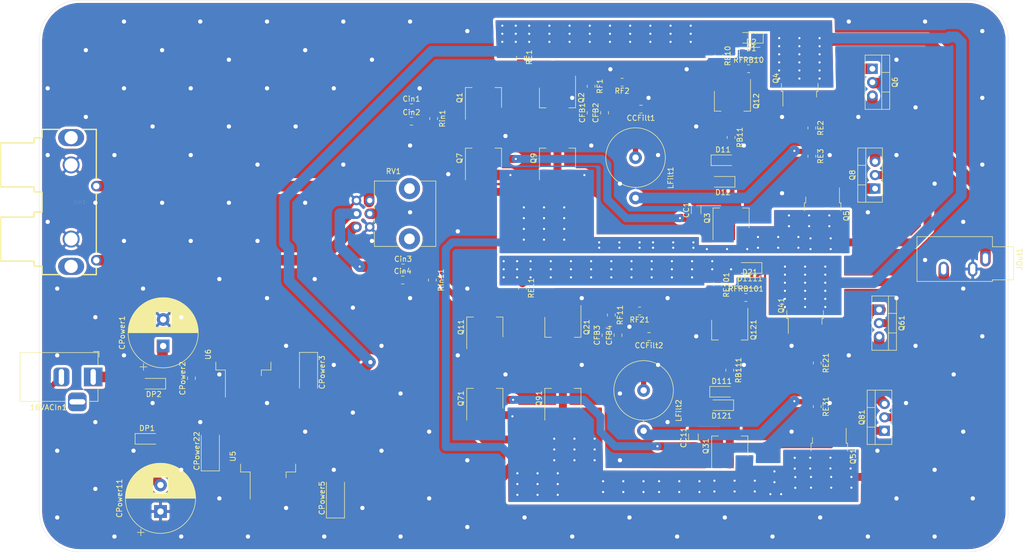
<source format=kicad_pcb>
(kicad_pcb (version 20171130) (host pcbnew "(5.1.9)-1")
  (layers (0 F.Cu signal) (31 B.Cu signal) (34 B.Paste user) (35 F.Paste user) (36 B.SilkS user) (37 F.SilkS user) (38 B.Mask user) (39 F.Mask user) (44 Edge.Cuts user))
  (net 0 "")
  (net 1 "Net-(CC1-Pad2)")
  (net 2 "Net-(CC1-Pad1)")
  (net 3 "Net-(CC11-Pad2)")
  (net 4 "Net-(CC11-Pad1)")
  (net 5 "Net-(CCFilt1-Pad2)")
  (net 6 GND)
  (net 7 "Net-(CCFilt2-Pad2)")
  (net 8 "Net-(Cin1-Pad2)")
  (net 9 "Net-(Cin1-Pad1)")
  (net 10 /VCC)
  (net 11 "Net-(D1-Pad1)")
  (net 12 "Net-(D2-Pad1)")
  (net 13 "Net-(D11-Pad2)")
  (net 14 "Net-(D11-Pad1)")
  (net 15 "Net-(D1111-Pad1)")
  (net 16 "Net-(D21-Pad1)")
  (net 17 "Net-(D111-Pad2)")
  (net 18 "Net-(D111-Pad1)")
  (net 19 /LeftAudioChannel)
  (net 20 /RightAudioChannel)
  (net 21 "Net-(Q2-Pad1)")
  (net 22 "Net-(Q2-Pad2)")
  (net 23 /VEE)
  (net 24 "Net-(Q4-Pad3)")
  (net 25 "Net-(Q12-Pad2)")
  (net 26 "Net-(Q5-Pad3)")
  (net 27 "Net-(Q11-Pad3)")
  (net 28 "Net-(Q12-Pad3)")
  (net 29 "Net-(Q21-Pad1)")
  (net 30 "Net-(Q21-Pad2)")
  (net 31 "Net-(Q41-Pad3)")
  (net 32 "Net-(Q121-Pad2)")
  (net 33 "Net-(Q51-Pad3)")
  (net 34 "Net-(Q121-Pad3)")
  (net 35 "Net-(CFB1-Pad2)")
  (net 36 "Net-(CFB3-Pad2)")
  (net 37 "Net-(Cin3-Pad2)")
  (net 38 "Net-(Cin3-Pad1)")
  (net 39 /CollectorInput)
  (net 40 "Net-(Jin1-Pad4)")
  (net 41 "Net-(Jin1-Pad2)")
  (net 42 /V-)
  (net 43 /V+)
  (net 44 "Net-(CPower1-Pad1)")
  (net 45 "Net-(CPower11-Pad2)")
  (module AdditionalLibs:RCJ-2121 (layer F.Cu) (at 30.48 101.6)
    (fp_text reference Jin1 (at 0 0) (layer F.SilkS) (effects (font (size 0.787402 0.787402) (thickness 0.015))))
    (fp_text value RCJ-2121)
    (fp_poly (pts (xy -2.475 -13.749) (xy -2.725 -13.729) (xy -2.969 -13.671) (xy -3.201 -13.575) (xy -3.415 -13.444) (xy -3.606 -13.281) (xy -3.769 -13.09) (xy -3.9 -12.876) (xy -3.996 -12.644) (xy -4.054 -12.4) (xy -4.074 -12.15) (xy -4.054 -11.9) (xy -3.996 -11.656) (xy -3.9 -11.424) (xy -3.769 -11.21) (xy -3.606 -11.019) (xy -3.415 -10.856) (xy -3.201 -10.725) (xy -2.969 -10.629) (xy -2.725 -10.571) (xy -2.475 -10.551) (xy -0.775 -10.551) (xy -0.525 -10.571) (xy -0.281 -10.629) (xy -0.049 -10.725) (xy 0.165 -10.856) (xy 0.356 -11.019) (xy 0.519 -11.21) (xy 0.65 -11.424) (xy 0.746 -11.656) (xy 0.804 -11.9) (xy 0.824 -12.15) (xy 0.804 -12.4) (xy 0.746 -12.644) (xy 0.65 -12.876) (xy 0.519 -13.09) (xy 0.356 -13.281) (xy 0.165 -13.444) (xy -0.049 -13.575) (xy -0.281 -13.671) (xy -0.525 -13.729) (xy -0.775 -13.749)) (layer B.Cu) (width 0.002))
    (fp_poly (pts (xy -2.475 -13.749) (xy -2.725 -13.729) (xy -2.969 -13.671) (xy -3.201 -13.575) (xy -3.415 -13.444) (xy -3.606 -13.281) (xy -3.769 -13.09) (xy -3.9 -12.876) (xy -3.996 -12.644) (xy -4.054 -12.4) (xy -4.074 -12.15) (xy -4.054 -11.9) (xy -3.996 -11.656) (xy -3.9 -11.424) (xy -3.769 -11.21) (xy -3.606 -11.019) (xy -3.415 -10.856) (xy -3.201 -10.725) (xy -2.969 -10.629) (xy -2.725 -10.571) (xy -2.475 -10.551) (xy -0.775 -10.551) (xy -0.525 -10.571) (xy -0.281 -10.629) (xy -0.049 -10.725) (xy 0.165 -10.856) (xy 0.356 -11.019) (xy 0.519 -11.21) (xy 0.65 -11.424) (xy 0.746 -11.656) (xy 0.804 -11.9) (xy 0.824 -12.15) (xy 0.804 -12.4) (xy 0.746 -12.644) (xy 0.65 -12.876) (xy 0.519 -13.09) (xy 0.356 -13.281) (xy 0.165 -13.444) (xy -0.049 -13.575) (xy -0.281 -13.671) (xy -0.525 -13.729) (xy -0.775 -13.749)) (layer F.Cu) (width 0.002))
    (fp_poly (pts (xy -2.475 10.551) (xy -2.725 10.571) (xy -2.969 10.629) (xy -3.201 10.725) (xy -3.415 10.856) (xy -3.606 11.019) (xy -3.769 11.21) (xy -3.9 11.424) (xy -3.996 11.656) (xy -4.054 11.9) (xy -4.074 12.15) (xy -4.054 12.4) (xy -3.996 12.644) (xy -3.9 12.876) (xy -3.769 13.09) (xy -3.606 13.281) (xy -3.415 13.444) (xy -3.201 13.575) (xy -2.969 13.671) (xy -2.725 13.729) (xy -2.475 13.749) (xy -0.775 13.749) (xy -0.525 13.729) (xy -0.281 13.671) (xy -0.049 13.575) (xy 0.165 13.444) (xy 0.356 13.281) (xy 0.519 13.09) (xy 0.65 12.876) (xy 0.746 12.644) (xy 0.804 12.4) (xy 0.824 12.15) (xy 0.804 11.9) (xy 0.746 11.656) (xy 0.65 11.424) (xy 0.519 11.21) (xy 0.356 11.019) (xy 0.165 10.856) (xy -0.049 10.725) (xy -0.281 10.629) (xy -0.525 10.571) (xy -0.775 10.551)) (layer B.Cu) (width 0.002))
    (fp_poly (pts (xy -2.475 10.551) (xy -2.725 10.571) (xy -2.969 10.629) (xy -3.201 10.725) (xy -3.415 10.856) (xy -3.606 11.019) (xy -3.769 11.21) (xy -3.9 11.424) (xy -3.996 11.656) (xy -4.054 11.9) (xy -4.074 12.15) (xy -4.054 12.4) (xy -3.996 12.644) (xy -3.9 12.876) (xy -3.769 13.09) (xy -3.606 13.281) (xy -3.415 13.444) (xy -3.201 13.575) (xy -2.969 13.671) (xy -2.725 13.729) (xy -2.475 13.749) (xy -0.775 13.749) (xy -0.525 13.729) (xy -0.281 13.671) (xy -0.049 13.575) (xy 0.165 13.444) (xy 0.356 13.281) (xy 0.519 13.09) (xy 0.65 12.876) (xy 0.746 12.644) (xy 0.804 12.4) (xy 0.824 12.15) (xy 0.804 11.9) (xy 0.746 11.656) (xy 0.65 11.424) (xy 0.519 11.21) (xy 0.356 11.019) (xy 0.165 10.856) (xy -0.049 10.725) (xy -0.281 10.629) (xy -0.525 10.571) (xy -0.775 10.551)) (layer F.Cu) (width 0.002))
    (pad 2 thru_hole circle (at 3.125 -3) (size 1.9 1.9) (drill 1.2) (layers *.Cu *.Mask) (net 41 "Net-(Jin1-Pad2)"))
    (pad 4 thru_hole circle (at 3.125 11) (size 1.9 1.9) (drill 1.2) (layers *.Cu *.Mask) (net 40 "Net-(Jin1-Pad4)"))
    (pad 5 thru_hole circle (at -1.625 12.15) (size 3.2 3.2) (drill 2.5) (layers *.Cu))
    (pad 3 thru_hole circle (at -1.625 7) (size 3.2 3.2) (drill 2.5) (layers *.Cu *.Mask) (net 6 GND))
    (pad 1 thru_hole circle (at -1.625 -7) (size 3.2 3.2) (drill 2.5) (layers *.Cu *.Mask) (net 6 GND))
    (pad 6 thru_hole circle (at -1.625 -12.15) (size 3.2 3.2) (drill 2.5) (layers *.Cu))
  )
  (module Package_TO_SOT_SMD:TO-263-3_TabPin2 (layer F.Cu) (at 61.36 130.363 90)
    (fp_text reference U6 (at 0 -6.65 90) (layer F.SilkS))
    (fp_text value LM2937ESX-15_NOPB)
    (pad 1 smd rect (at -5.775 -2.54 90) (size 4.6 1.1) (layers F.Cu F.Paste F.Mask) (net 44 "Net-(CPower1-Pad1)"))
    (pad 2 smd rect (at -5.775 0 90) (size 4.6 1.1) (layers F.Cu F.Paste F.Mask) (net 6 GND))
    (pad 3 smd rect (at -5.775 2.54 90) (size 4.6 1.1) (layers F.Cu F.Paste F.Mask) (net 10 /VCC))
    (pad 2 smd rect (at 3.375 0 90) (size 9.4 10.8) (layers F.Cu F.Mask) (net 6 GND))
  )
  (module Package_TO_SOT_SMD:TO-263-3_TabPin2 (layer F.Cu) (at 66.04 149.606 90)
    (fp_text reference U5 (at 0 -6.65 90) (layer F.SilkS))
    (fp_text value LM2990S-15_NOPB)
    (pad 1 smd rect (at -5.775 -2.54 90) (size 4.6 1.1) (layers F.Cu F.Paste F.Mask) (net 6 GND))
    (pad 2 smd rect (at -5.775 0 90) (size 4.6 1.1) (layers F.Cu F.Paste F.Mask) (net 45 "Net-(CPower11-Pad2)"))
    (pad 3 smd rect (at -5.775 2.54 90) (size 4.6 1.1) (layers F.Cu F.Paste F.Mask) (net 23 /VEE))
    (pad 2 smd rect (at 3.375 0 90) (size 9.4 10.8) (layers F.Cu F.Mask) (net 45 "Net-(CPower11-Pad2)"))
  )
  (module Diode_SMD:D_SOD-123 (layer F.Cu) (at 44.45 135.89 180)
    (fp_text reference DP2 (at 0 -2) (layer F.SilkS))
    (fp_text value 1N4148W)
    (pad 1 smd rect (at -1.65 0 180) (size 0.9 1.2) (layers F.Cu F.Paste F.Mask) (net 44 "Net-(CPower1-Pad1)"))
    (pad 2 smd rect (at 1.65 0 180) (size 0.9 1.2) (layers F.Cu F.Paste F.Mask) (net 43 /V+))
  )
  (module Diode_SMD:D_SOD-123 (layer F.Cu) (at 43.18 146.304)
    (fp_text reference DP1 (at 0 -2) (layer F.SilkS))
    (fp_text value 1N4148W)
    (pad 1 smd rect (at -1.65 0) (size 0.9 1.2) (layers F.Cu F.Paste F.Mask) (net 42 /V-))
    (pad 2 smd rect (at 1.65 0) (size 0.9 1.2) (layers F.Cu F.Paste F.Mask) (net 45 "Net-(CPower11-Pad2)"))
  )
  (module Capacitor_Tantalum_SMD:CP_EIA-6032-28_Kemet-C (layer F.Cu) (at 55.118 148.59 90)
    (fp_text reference CPower22 (at 0 -2.55 90) (layer F.SilkS))
    (fp_text value 10u)
    (pad 1 smd roundrect (at -2.4625 0 90) (size 2.075 2.35) (layers F.Cu F.Paste F.Mask) (roundrect_rratio 0.120482) (net 6 GND))
    (pad 2 smd roundrect (at 2.4625 0 90) (size 2.075 2.35) (layers F.Cu F.Paste F.Mask) (roundrect_rratio 0.120482) (net 45 "Net-(CPower11-Pad2)"))
  )
  (module Capacitor_THT:CP_Radial_D13.0mm_P5.00mm (layer F.Cu) (at 45.72 160.02 90)
    (fp_text reference CPower11 (at 2.5 -7.75 90) (layer F.SilkS))
    (fp_text value 1000u)
    (pad 1 thru_hole rect (at 0 0 90) (size 2.4 2.4) (drill 1.2) (layers *.Cu *.Mask) (net 6 GND))
    (pad 2 thru_hole circle (at 5 0 90) (size 2.4 2.4) (drill 1.2) (layers *.Cu *.Mask) (net 45 "Net-(CPower11-Pad2)"))
  )
  (module Capacitor_Tantalum_SMD:CP_EIA-6032-28_Kemet-C (layer F.Cu) (at 78.74 157.48 90)
    (fp_text reference CPower5 (at 0 -2.55 90) (layer F.SilkS))
    (fp_text value 10u)
    (pad 1 smd roundrect (at -2.4625 0 90) (size 2.075 2.35) (layers F.Cu F.Paste F.Mask) (roundrect_rratio 0.120482) (net 6 GND))
    (pad 2 smd roundrect (at 2.4625 0 90) (size 2.075 2.35) (layers F.Cu F.Paste F.Mask) (roundrect_rratio 0.120482) (net 23 /VEE))
  )
  (module Capacitor_Tantalum_SMD:CP_EIA-6032-28_Kemet-C (layer F.Cu) (at 73.66 133.745 270)
    (fp_text reference CPower3 (at 0 -2.55 90) (layer F.SilkS))
    (fp_text value 10u)
    (pad 1 smd roundrect (at -2.4625 0 270) (size 2.075 2.35) (layers F.Cu F.Paste F.Mask) (roundrect_rratio 0.120482) (net 6 GND))
    (pad 2 smd roundrect (at 2.4625 0 270) (size 2.075 2.35) (layers F.Cu F.Paste F.Mask) (roundrect_rratio 0.120482) (net 10 /VCC))
  )
  (module Capacitor_SMD:C_0805_2012Metric (layer F.Cu) (at 51.562 134.874 90)
    (fp_text reference CPower2 (at 0 -1.68 90) (layer F.SilkS))
    (fp_text value 10u)
    (pad 1 smd roundrect (at -0.95 0 90) (size 1 1.45) (layers F.Cu F.Paste F.Mask) (net 44 "Net-(CPower1-Pad1)"))
    (pad 2 smd roundrect (at 0.95 0 90) (size 1 1.45) (layers F.Cu F.Paste F.Mask) (net 6 GND))
  )
  (module Capacitor_THT:CP_Radial_D13.0mm_P5.00mm (layer F.Cu) (at 46.228 128.778 90)
    (fp_text reference CPower1 (at 2.5 -7.75 90) (layer F.SilkS))
    (fp_text value 1000u)
    (pad 1 thru_hole rect (at 0 0 90) (size 2.4 2.4) (drill 1.2) (layers *.Cu *.Mask) (net 44 "Net-(CPower1-Pad1)"))
    (pad 2 thru_hole circle (at 5 0 90) (size 2.4 2.4) (drill 1.2) (layers *.Cu *.Mask) (net 6 GND))
  )
  (module Connector_BarrelJack:BarrelJack_Horizontal (layer F.Cu) (at 33.02 134.62)
    (fp_text reference 16VACIn1 (at -8.45 5.75) (layer F.SilkS))
    (fp_text value Barrel_Jack)
    (pad 1 thru_hole rect (at 0 0) (size 3.5 3.5) (drill oval 1 3) (layers *.Cu *.Mask) (net 43 /V+))
    (pad 2 thru_hole roundrect (at -6 0) (size 3 3.5) (drill oval 1 3) (layers *.Cu *.Mask) (net 42 /V-))
    (pad 3 thru_hole roundrect (at -3 4.7) (size 3.5 3.5) (drill oval 3 1) (layers *.Cu *.Mask))
  )
  (module Potentiometer_THT:Potentiometer_Alps_RK09L_Double_Vertical (layer F.Cu) (at 85.21 106.31)
    (fp_text reference RV1 (at 4.475 -10.5) (layer F.SilkS))
    (fp_text value R_POT_Dual)
    (pad 3 thru_hole circle (at 0 -5) (size 1.8 1.8) (drill 1) (layers *.Cu *.Mask) (net 41 "Net-(Jin1-Pad2)"))
    (pad 2 thru_hole circle (at 0 -2.5) (size 1.8 1.8) (drill 1) (layers *.Cu *.Mask) (net 9 "Net-(Cin1-Pad1)"))
    (pad 1 thru_hole circle (at 0 0) (size 1.8 1.8) (drill 1) (layers *.Cu *.Mask) (net 6 GND))
    (pad 6 thru_hole circle (at -2.5 -5) (size 1.8 1.8) (drill 1) (layers *.Cu *.Mask) (net 6 GND))
    (pad 5 thru_hole circle (at -2.5 -2.5) (size 1.8 1.8) (drill 1) (layers *.Cu *.Mask) (net 38 "Net-(Cin3-Pad1)"))
    (pad 4 thru_hole circle (at -2.5 0) (size 1.8 1.8) (drill 1) (layers *.Cu *.Mask) (net 40 "Net-(Jin1-Pad4)"))
    (pad "" np_thru_hole circle (at 7.5 -7.25) (size 4 4) (drill 2) (layers *.Cu *.Mask))
    (pad "" np_thru_hole circle (at 7.5 2.25) (size 4 4) (drill 2) (layers *.Cu *.Mask))
  )
  (module Resistor_SMD:R_0805_2012Metric (layer F.Cu) (at 97.028 116.332 270)
    (fp_text reference Rin11 (at 0 -1.65 90) (layer F.SilkS))
    (fp_text value 1k)
    (pad 1 smd roundrect (at -0.9125 0 270) (size 1.025 1.4) (layers F.Cu F.Paste F.Mask) (roundrect_rratio 0.243902) (net 37 "Net-(Cin3-Pad2)"))
    (pad 2 smd roundrect (at 0.9125 0 270) (size 1.025 1.4) (layers F.Cu F.Paste F.Mask) (roundrect_rratio 0.243902) (net 6 GND))
  )
  (module Resistor_SMD:R_0805_2012Metric (layer F.Cu) (at 97.282 85.852 270)
    (fp_text reference Rin1 (at 0 -1.65 90) (layer F.SilkS))
    (fp_text value 1k)
    (pad 1 smd roundrect (at -0.9125 0 270) (size 1.025 1.4) (layers F.Cu F.Paste F.Mask) (roundrect_rratio 0.243902) (net 8 "Net-(Cin1-Pad2)"))
    (pad 2 smd roundrect (at 0.9125 0 270) (size 1.025 1.4) (layers F.Cu F.Paste F.Mask) (roundrect_rratio 0.243902) (net 6 GND))
  )
  (module Resistor_SMD:R_0805_2012Metric (layer F.Cu) (at 156.21 119.634)
    (fp_text reference RFRB101 (at 0 -1.65) (layer F.SilkS))
    (fp_text value 15k)
    (pad 1 smd roundrect (at -0.9125 0) (size 1.025 1.4) (layers F.Cu F.Paste F.Mask) (roundrect_rratio 0.243902) (net 16 "Net-(D21-Pad1)"))
    (pad 2 smd roundrect (at 0.9125 0) (size 1.025 1.4) (layers F.Cu F.Paste F.Mask) (roundrect_rratio 0.243902) (net 6 GND))
  )
  (module Resistor_SMD:R_0805_2012Metric (layer F.Cu) (at 156.718 76.454)
    (fp_text reference RFRB10 (at 0 -1.65) (layer F.SilkS))
    (fp_text value 15k)
    (pad 1 smd roundrect (at -0.9125 0) (size 1.025 1.4) (layers F.Cu F.Paste F.Mask) (roundrect_rratio 0.243902) (net 12 "Net-(D2-Pad1)"))
    (pad 2 smd roundrect (at 0.9125 0) (size 1.025 1.4) (layers F.Cu F.Paste F.Mask) (roundrect_rratio 0.243902) (net 6 GND))
  )
  (module Resistor_SMD:R_0805_2012Metric (layer F.Cu) (at 136.144 122.174 180)
    (fp_text reference RF21 (at 0 -1.65) (layer F.SilkS))
    (fp_text value 9k)
    (pad 1 smd roundrect (at -0.9125 0 180) (size 1.025 1.4) (layers F.Cu F.Paste F.Mask) (roundrect_rratio 0.243902) (net 7 "Net-(CCFilt2-Pad2)"))
    (pad 2 smd roundrect (at 0.9125 0 180) (size 1.025 1.4) (layers F.Cu F.Paste F.Mask) (roundrect_rratio 0.243902) (net 29 "Net-(Q21-Pad1)"))
  )
  (module Resistor_SMD:R_0805_2012Metric (layer F.Cu) (at 130.81 122.936 270)
    (fp_text reference RF11 (at 0 -1.65 90) (layer F.SilkS))
    (fp_text value 1k)
    (pad 1 smd roundrect (at -0.9125 0 270) (size 1.025 1.4) (layers F.Cu F.Paste F.Mask) (roundrect_rratio 0.243902) (net 29 "Net-(Q21-Pad1)"))
    (pad 2 smd roundrect (at 0.9125 0 270) (size 1.025 1.4) (layers F.Cu F.Paste F.Mask) (roundrect_rratio 0.243902) (net 36 "Net-(CFB3-Pad2)"))
  )
  (module Resistor_SMD:R_0805_2012Metric (layer F.Cu) (at 132.842 78.994 180)
    (fp_text reference RF2 (at 0 -1.65) (layer F.SilkS))
    (fp_text value 9k)
    (pad 1 smd roundrect (at -0.9125 0 180) (size 1.025 1.4) (layers F.Cu F.Paste F.Mask) (roundrect_rratio 0.243902) (net 5 "Net-(CCFilt1-Pad2)"))
    (pad 2 smd roundrect (at 0.9125 0 180) (size 1.025 1.4) (layers F.Cu F.Paste F.Mask) (roundrect_rratio 0.243902) (net 21 "Net-(Q2-Pad1)"))
  )
  (module Resistor_SMD:R_0805_2012Metric (layer F.Cu) (at 127 79.756 270)
    (fp_text reference RF1 (at 0 -1.65 90) (layer F.SilkS))
    (fp_text value 1k)
    (pad 1 smd roundrect (at -0.9125 0 270) (size 1.025 1.4) (layers F.Cu F.Paste F.Mask) (roundrect_rratio 0.243902) (net 21 "Net-(Q2-Pad1)"))
    (pad 2 smd roundrect (at 0.9125 0 270) (size 1.025 1.4) (layers F.Cu F.Paste F.Mask) (roundrect_rratio 0.243902) (net 35 "Net-(CFB1-Pad2)"))
  )
  (module Resistor_SMD:R_0805_2012Metric (layer F.Cu) (at 150.876 117.2445 270)
    (fp_text reference RE101 (at 0 -1.65 90) (layer F.SilkS))
    (fp_text value 650)
    (pad 1 smd roundrect (at -0.9125 0 270) (size 1.025 1.4) (layers F.Cu F.Paste F.Mask) (roundrect_rratio 0.243902) (net 10 /VCC))
    (pad 2 smd roundrect (at 0.9125 0 270) (size 1.025 1.4) (layers F.Cu F.Paste F.Mask) (roundrect_rratio 0.243902) (net 34 "Net-(Q121-Pad3)"))
  )
  (module Resistor_SMD:R_0805_2012Metric (layer F.Cu) (at 169.672 140.208 270)
    (fp_text reference RE31 (at 0 -1.65 90) (layer F.SilkS))
    (fp_text value 500)
    (pad 1 smd roundrect (at -0.9125 0 270) (size 1.025 1.4) (layers F.Cu F.Paste F.Mask) (roundrect_rratio 0.243902) (net 20 /RightAudioChannel))
    (pad 2 smd roundrect (at 0.9125 0 270) (size 1.025 1.4) (layers F.Cu F.Paste F.Mask) (roundrect_rratio 0.243902) (net 33 "Net-(Q51-Pad3)"))
  )
  (module Resistor_SMD:R_0805_2012Metric (layer F.Cu) (at 169.672 131.9765 270)
    (fp_text reference RE21 (at 0 -1.65 90) (layer F.SilkS))
    (fp_text value 500)
    (pad 1 smd roundrect (at -0.9125 0 270) (size 1.025 1.4) (layers F.Cu F.Paste F.Mask) (roundrect_rratio 0.243902) (net 31 "Net-(Q41-Pad3)"))
    (pad 2 smd roundrect (at 0.9125 0 270) (size 1.025 1.4) (layers F.Cu F.Paste F.Mask) (roundrect_rratio 0.243902) (net 20 /RightAudioChannel))
  )
  (module Resistor_SMD:R_0805_2012Metric (layer F.Cu) (at 114.046 117.856 270)
    (fp_text reference RE11 (at 0 -1.65 90) (layer F.SilkS))
    (fp_text value 14.3k)
    (pad 1 smd roundrect (at -0.9125 0 270) (size 1.025 1.4) (layers F.Cu F.Paste F.Mask) (roundrect_rratio 0.243902) (net 10 /VCC))
    (pad 2 smd roundrect (at 0.9125 0 270) (size 1.025 1.4) (layers F.Cu F.Paste F.Mask) (roundrect_rratio 0.243902) (net 27 "Net-(Q11-Pad3)"))
  )
  (module Resistor_SMD:R_0805_2012Metric (layer F.Cu) (at 151.13 74.0175 270)
    (fp_text reference RE10 (at 0 -1.65 90) (layer F.SilkS))
    (fp_text value 650)
    (pad 1 smd roundrect (at -0.9125 0 270) (size 1.025 1.4) (layers F.Cu F.Paste F.Mask) (roundrect_rratio 0.243902) (net 10 /VCC))
    (pad 2 smd roundrect (at 0.9125 0 270) (size 1.025 1.4) (layers F.Cu F.Paste F.Mask) (roundrect_rratio 0.243902) (net 28 "Net-(Q12-Pad3)"))
  )
  (module Resistor_SMD:R_0805_2012Metric (layer F.Cu) (at 168.656 92.964 270)
    (fp_text reference RE3 (at 0 -1.65 90) (layer F.SilkS))
    (fp_text value 500)
    (pad 1 smd roundrect (at -0.9125 0 270) (size 1.025 1.4) (layers F.Cu F.Paste F.Mask) (roundrect_rratio 0.243902) (net 19 /LeftAudioChannel))
    (pad 2 smd roundrect (at 0.9125 0 270) (size 1.025 1.4) (layers F.Cu F.Paste F.Mask) (roundrect_rratio 0.243902) (net 26 "Net-(Q5-Pad3)"))
  )
  (module Resistor_SMD:R_0805_2012Metric (layer F.Cu) (at 168.656 87.63 270)
    (fp_text reference RE2 (at 0 -1.65 90) (layer F.SilkS))
    (fp_text value 500)
    (pad 1 smd roundrect (at -0.9125 0 270) (size 1.025 1.4) (layers F.Cu F.Paste F.Mask) (roundrect_rratio 0.243902) (net 24 "Net-(Q4-Pad3)"))
    (pad 2 smd roundrect (at 0.9125 0 270) (size 1.025 1.4) (layers F.Cu F.Paste F.Mask) (roundrect_rratio 0.243902) (net 19 /LeftAudioChannel))
  )
  (module Resistor_SMD:R_0805_2012Metric (layer F.Cu) (at 113.665 74.295 270)
    (fp_text reference RE1 (at 0 -1.65 90) (layer F.SilkS))
    (fp_text value 14.3k)
    (pad 1 smd roundrect (at -0.9125 0 270) (size 1.025 1.4) (layers F.Cu F.Paste F.Mask) (roundrect_rratio 0.243902) (net 10 /VCC))
    (pad 2 smd roundrect (at 0.9125 0 270) (size 1.025 1.4) (layers F.Cu F.Paste F.Mask) (roundrect_rratio 0.243902) (net 39 /CollectorInput))
  )
  (module Resistor_SMD:R_0805_2012Metric (layer F.Cu) (at 153.162 133.35 270)
    (fp_text reference RB111 (at 0 -1.65 90) (layer F.SilkS))
    (fp_text value 100)
    (pad 1 smd roundrect (at -0.9125 0 270) (size 1.025 1.4) (layers F.Cu F.Paste F.Mask) (roundrect_rratio 0.243902) (net 32 "Net-(Q121-Pad2)"))
    (pad 2 smd roundrect (at 0.9125 0 270) (size 1.025 1.4) (layers F.Cu F.Paste F.Mask) (roundrect_rratio 0.243902) (net 17 "Net-(D111-Pad2)"))
  )
  (module Resistor_SMD:R_0805_2012Metric (layer F.Cu) (at 153.416 89.408 270)
    (fp_text reference RB11 (at 0 -1.65 90) (layer F.SilkS))
    (fp_text value 100)
    (pad 1 smd roundrect (at -0.9125 0 270) (size 1.025 1.4) (layers F.Cu F.Paste F.Mask) (roundrect_rratio 0.243902) (net 25 "Net-(Q12-Pad2)"))
    (pad 2 smd roundrect (at 0.9125 0 270) (size 1.025 1.4) (layers F.Cu F.Paste F.Mask) (roundrect_rratio 0.243902) (net 13 "Net-(D11-Pad2)"))
  )
  (module Package_TO_SOT_SMD:SOT-223-3_TabPin2 (layer F.Cu) (at 153.162 125.73 270)
    (fp_text reference Q121 (at 0 -4.5 90) (layer F.SilkS))
    (fp_text value NZT660)
    (pad 2 smd rect (at 3.15 0 270) (size 2 3.8) (layers F.Cu F.Paste F.Mask) (net 32 "Net-(Q121-Pad2)"))
    (pad 2 smd rect (at -3.15 0 270) (size 2 1.5) (layers F.Cu F.Paste F.Mask) (net 32 "Net-(Q121-Pad2)"))
    (pad 3 smd rect (at -3.15 2.3 270) (size 2 1.5) (layers F.Cu F.Paste F.Mask) (net 34 "Net-(Q121-Pad3)"))
    (pad 1 smd rect (at -3.15 -2.3 270) (size 2 1.5) (layers F.Cu F.Paste F.Mask) (net 16 "Net-(D21-Pad1)"))
  )
  (module Package_TO_SOT_SMD:SOT-223-3_TabPin2 (layer F.Cu) (at 121.666 138.684 90)
    (fp_text reference Q91 (at 0 -4.5 90) (layer F.SilkS))
    (fp_text value PZTA06)
    (pad 2 smd rect (at 3.15 0 90) (size 2 3.8) (layers F.Cu F.Paste F.Mask) (net 30 "Net-(Q21-Pad2)"))
    (pad 2 smd rect (at -3.15 0 90) (size 2 1.5) (layers F.Cu F.Paste F.Mask) (net 30 "Net-(Q21-Pad2)"))
    (pad 3 smd rect (at -3.15 2.3 90) (size 2 1.5) (layers F.Cu F.Paste F.Mask) (net 23 /VEE))
    (pad 1 smd rect (at -3.15 -2.3 90) (size 2 1.5) (layers F.Cu F.Paste F.Mask) (net 30 "Net-(Q21-Pad2)"))
  )
  (module Package_TO_SOT_THT:TO-220-3_Vertical (layer F.Cu) (at 182.372 144.78 90)
    (fp_text reference Q81 (at 2.54 -4.27 90) (layer F.SilkS))
    (fp_text value TIP32C)
    (pad 1 thru_hole rect (at 0 0 90) (size 1.905 2) (drill 1.1) (layers *.Cu *.Mask) (net 33 "Net-(Q51-Pad3)"))
    (pad 2 thru_hole oval (at 2.54 0 90) (size 1.905 2) (drill 1.1) (layers *.Cu *.Mask) (net 23 /VEE))
    (pad 3 thru_hole oval (at 5.08 0 90) (size 1.905 2) (drill 1.1) (layers *.Cu *.Mask) (net 20 /RightAudioChannel))
  )
  (module Package_TO_SOT_SMD:SOT-223-3_TabPin2 (layer F.Cu) (at 106.934 138.684 90)
    (fp_text reference Q71 (at 0 -4.5 90) (layer F.SilkS))
    (fp_text value PZTA06)
    (pad 2 smd rect (at 3.15 0 90) (size 2 3.8) (layers F.Cu F.Paste F.Mask) (net 4 "Net-(CC11-Pad1)"))
    (pad 2 smd rect (at -3.15 0 90) (size 2 1.5) (layers F.Cu F.Paste F.Mask) (net 4 "Net-(CC11-Pad1)"))
    (pad 3 smd rect (at -3.15 2.3 90) (size 2 1.5) (layers F.Cu F.Paste F.Mask) (net 23 /VEE))
    (pad 1 smd rect (at -3.15 -2.3 90) (size 2 1.5) (layers F.Cu F.Paste F.Mask) (net 30 "Net-(Q21-Pad2)"))
  )
  (module Package_TO_SOT_THT:TO-220-3_Vertical (layer F.Cu) (at 181.356 121.92 270)
    (fp_text reference Q61 (at 2.54 -4.27 90) (layer F.SilkS))
    (fp_text value TIP31A)
    (pad 1 thru_hole rect (at 0 0 270) (size 1.905 2) (drill 1.1) (layers *.Cu *.Mask) (net 31 "Net-(Q41-Pad3)"))
    (pad 2 thru_hole oval (at 2.54 0 270) (size 1.905 2) (drill 1.1) (layers *.Cu *.Mask) (net 10 /VCC))
    (pad 3 thru_hole oval (at 5.08 0 270) (size 1.905 2) (drill 1.1) (layers *.Cu *.Mask) (net 20 /RightAudioChannel))
  )
  (module Package_TO_SOT_SMD:TO-252-2 (layer F.Cu) (at 171.958 149.606 270)
    (fp_text reference Q51 (at 0 -4.5 90) (layer F.SilkS))
    (fp_text value MJD350T4)
    (pad 1 smd rect (at -4.2 -2.28 270) (size 2.2 1.2) (layers F.Cu F.Paste F.Mask) (net 3 "Net-(CC11-Pad2)"))
    (pad 3 smd rect (at -4.2 2.28 270) (size 2.2 1.2) (layers F.Cu F.Paste F.Mask) (net 33 "Net-(Q51-Pad3)"))
    (pad 2 smd rect (at 2.1 0 270) (size 6.4 5.8) (layers F.Cu F.Mask) (net 23 /VEE))
  )
  (module Package_TO_SOT_SMD:TO-252-2 (layer F.Cu) (at 167.386 121.123 90)
    (fp_text reference Q41 (at 0 -4.5 90) (layer F.SilkS))
    (fp_text value MJD340T4)
    (pad 1 smd rect (at -4.2 -2.28 90) (size 2.2 1.2) (layers F.Cu F.Paste F.Mask) (net 32 "Net-(Q121-Pad2)"))
    (pad 3 smd rect (at -4.2 2.28 90) (size 2.2 1.2) (layers F.Cu F.Paste F.Mask) (net 31 "Net-(Q41-Pad3)"))
    (pad 2 smd rect (at 2.1 0 90) (size 6.4 5.8) (layers F.Cu F.Mask) (net 10 /VCC))
  )
  (module Package_TO_SOT_SMD:SOT-223-3_TabPin2 (layer F.Cu) (at 153.162 147.676 90)
    (fp_text reference Q31 (at 0 -4.5 90) (layer F.SilkS))
    (fp_text value PZTA06)
    (pad 2 smd rect (at 3.15 0 90) (size 2 3.8) (layers F.Cu F.Paste F.Mask) (net 3 "Net-(CC11-Pad2)"))
    (pad 2 smd rect (at -3.15 0 90) (size 2 1.5) (layers F.Cu F.Paste F.Mask) (net 3 "Net-(CC11-Pad2)"))
    (pad 3 smd rect (at -3.15 2.3 90) (size 2 1.5) (layers F.Cu F.Paste F.Mask) (net 23 /VEE))
    (pad 1 smd rect (at -3.15 -2.3 90) (size 2 1.5) (layers F.Cu F.Paste F.Mask) (net 4 "Net-(CC11-Pad1)"))
  )
  (module Package_TO_SOT_SMD:SOT-223-3_TabPin2 (layer F.Cu) (at 121.666 125.222 270)
    (fp_text reference Q21 (at 0 -4.5 90) (layer F.SilkS))
    (fp_text value NZT660)
    (pad 2 smd rect (at 3.15 0 270) (size 2 3.8) (layers F.Cu F.Paste F.Mask) (net 30 "Net-(Q21-Pad2)"))
    (pad 2 smd rect (at -3.15 0 270) (size 2 1.5) (layers F.Cu F.Paste F.Mask) (net 30 "Net-(Q21-Pad2)"))
    (pad 3 smd rect (at -3.15 2.3 270) (size 2 1.5) (layers F.Cu F.Paste F.Mask) (net 27 "Net-(Q11-Pad3)"))
    (pad 1 smd rect (at -3.15 -2.3 270) (size 2 1.5) (layers F.Cu F.Paste F.Mask) (net 29 "Net-(Q21-Pad1)"))
  )
  (module Package_TO_SOT_SMD:SOT-223-3_TabPin2 (layer F.Cu) (at 153.67 82.55 270)
    (fp_text reference Q12 (at 0 -4.5 90) (layer F.SilkS))
    (fp_text value NZT660)
    (pad 2 smd rect (at 3.15 0 270) (size 2 3.8) (layers F.Cu F.Paste F.Mask) (net 25 "Net-(Q12-Pad2)"))
    (pad 2 smd rect (at -3.15 0 270) (size 2 1.5) (layers F.Cu F.Paste F.Mask) (net 25 "Net-(Q12-Pad2)"))
    (pad 3 smd rect (at -3.15 2.3 270) (size 2 1.5) (layers F.Cu F.Paste F.Mask) (net 28 "Net-(Q12-Pad3)"))
    (pad 1 smd rect (at -3.15 -2.3 270) (size 2 1.5) (layers F.Cu F.Paste F.Mask) (net 12 "Net-(D2-Pad1)"))
  )
  (module Package_TO_SOT_SMD:SOT-223-3_TabPin2 (layer F.Cu) (at 106.934 125.222 90)
    (fp_text reference Q11 (at 0 -4.5 90) (layer F.SilkS))
    (fp_text value NZT660)
    (pad 2 smd rect (at 3.15 0 90) (size 2 3.8) (layers F.Cu F.Paste F.Mask) (net 4 "Net-(CC11-Pad1)"))
    (pad 2 smd rect (at -3.15 0 90) (size 2 1.5) (layers F.Cu F.Paste F.Mask) (net 4 "Net-(CC11-Pad1)"))
    (pad 3 smd rect (at -3.15 2.3 90) (size 2 1.5) (layers F.Cu F.Paste F.Mask) (net 27 "Net-(Q11-Pad3)"))
    (pad 1 smd rect (at -3.15 -2.3 90) (size 2 1.5) (layers F.Cu F.Paste F.Mask) (net 37 "Net-(Cin3-Pad2)"))
  )
  (module Package_TO_SOT_SMD:SOT-223-3_TabPin2 (layer F.Cu) (at 120.65 93.345 90)
    (fp_text reference Q9 (at 0 -4.5 90) (layer F.SilkS))
    (fp_text value PZTA06)
    (pad 2 smd rect (at 3.15 0 90) (size 2 3.8) (layers F.Cu F.Paste F.Mask) (net 22 "Net-(Q2-Pad2)"))
    (pad 2 smd rect (at -3.15 0 90) (size 2 1.5) (layers F.Cu F.Paste F.Mask) (net 22 "Net-(Q2-Pad2)"))
    (pad 3 smd rect (at -3.15 2.3 90) (size 2 1.5) (layers F.Cu F.Paste F.Mask) (net 23 /VEE))
    (pad 1 smd rect (at -3.15 -2.3 90) (size 2 1.5) (layers F.Cu F.Paste F.Mask) (net 22 "Net-(Q2-Pad2)"))
  )
  (module Package_TO_SOT_THT:TO-220-3_Vertical (layer F.Cu) (at 180.594 99.06 90)
    (fp_text reference Q8 (at 2.54 -4.27 90) (layer F.SilkS))
    (fp_text value TIP32C)
    (pad 1 thru_hole rect (at 0 0 90) (size 1.905 2) (drill 1.1) (layers *.Cu *.Mask) (net 26 "Net-(Q5-Pad3)"))
    (pad 2 thru_hole oval (at 2.54 0 90) (size 1.905 2) (drill 1.1) (layers *.Cu *.Mask) (net 23 /VEE))
    (pad 3 thru_hole oval (at 5.08 0 90) (size 1.905 2) (drill 1.1) (layers *.Cu *.Mask) (net 19 /LeftAudioChannel))
  )
  (module Package_TO_SOT_SMD:SOT-223-3_TabPin2 (layer F.Cu) (at 106.68 93.345 90)
    (fp_text reference Q7 (at 0 -4.5 90) (layer F.SilkS))
    (fp_text value PZTA06)
    (pad 2 smd rect (at 3.15 0 90) (size 2 3.8) (layers F.Cu F.Paste F.Mask) (net 2 "Net-(CC1-Pad1)"))
    (pad 2 smd rect (at -3.15 0 90) (size 2 1.5) (layers F.Cu F.Paste F.Mask) (net 2 "Net-(CC1-Pad1)"))
    (pad 3 smd rect (at -3.15 2.3 90) (size 2 1.5) (layers F.Cu F.Paste F.Mask) (net 23 /VEE))
    (pad 1 smd rect (at -3.15 -2.3 90) (size 2 1.5) (layers F.Cu F.Paste F.Mask) (net 22 "Net-(Q2-Pad2)"))
  )
  (module Package_TO_SOT_THT:TO-220-3_Vertical (layer F.Cu) (at 180.086 76.454 270)
    (fp_text reference Q6 (at 2.54 -4.27 90) (layer F.SilkS))
    (fp_text value TIP31A)
    (pad 1 thru_hole rect (at 0 0 270) (size 1.905 2) (drill 1.1) (layers *.Cu *.Mask) (net 24 "Net-(Q4-Pad3)"))
    (pad 2 thru_hole oval (at 2.54 0 270) (size 1.905 2) (drill 1.1) (layers *.Cu *.Mask) (net 10 /VCC))
    (pad 3 thru_hole oval (at 5.08 0 270) (size 1.905 2) (drill 1.1) (layers *.Cu *.Mask) (net 19 /LeftAudioChannel))
  )
  (module Package_TO_SOT_SMD:TO-252-2 (layer F.Cu) (at 170.687 104.223 270)
    (fp_text reference Q5 (at 0 -4.5 90) (layer F.SilkS))
    (fp_text value MJD350T4)
    (pad 1 smd rect (at -4.2 -2.28 270) (size 2.2 1.2) (layers F.Cu F.Paste F.Mask) (net 1 "Net-(CC1-Pad2)"))
    (pad 3 smd rect (at -4.2 2.28 270) (size 2.2 1.2) (layers F.Cu F.Paste F.Mask) (net 26 "Net-(Q5-Pad3)"))
    (pad 2 smd rect (at 2.1 0 270) (size 6.4 5.8) (layers F.Cu F.Mask) (net 23 /VEE))
  )
  (module Package_TO_SOT_SMD:TO-252-2 (layer F.Cu) (at 166.37 78.232 90)
    (fp_text reference Q4 (at 0 -4.5 90) (layer F.SilkS))
    (fp_text value MJD340T4)
    (pad 1 smd rect (at -4.2 -2.28 90) (size 2.2 1.2) (layers F.Cu F.Paste F.Mask) (net 25 "Net-(Q12-Pad2)"))
    (pad 3 smd rect (at -4.2 2.28 90) (size 2.2 1.2) (layers F.Cu F.Paste F.Mask) (net 24 "Net-(Q4-Pad3)"))
    (pad 2 smd rect (at 2.1 0 90) (size 6.4 5.8) (layers F.Cu F.Mask) (net 10 /VCC))
  )
  (module Package_TO_SOT_SMD:SOT-223-3_TabPin2 (layer F.Cu) (at 153.416 104.648 90)
    (fp_text reference Q3 (at 0 -4.5 90) (layer F.SilkS))
    (fp_text value PZTA06)
    (pad 2 smd rect (at 3.15 0 90) (size 2 3.8) (layers F.Cu F.Paste F.Mask) (net 1 "Net-(CC1-Pad2)"))
    (pad 2 smd rect (at -3.15 0 90) (size 2 1.5) (layers F.Cu F.Paste F.Mask) (net 1 "Net-(CC1-Pad2)"))
    (pad 3 smd rect (at -3.15 2.3 90) (size 2 1.5) (layers F.Cu F.Paste F.Mask) (net 23 /VEE))
    (pad 1 smd rect (at -3.15 -2.3 90) (size 2 1.5) (layers F.Cu F.Paste F.Mask) (net 2 "Net-(CC1-Pad1)"))
  )
  (module Package_TO_SOT_SMD:SOT-223-3_TabPin2 (layer F.Cu) (at 120.65 81.915 270)
    (fp_text reference Q2 (at 0 -4.5 90) (layer F.SilkS))
    (fp_text value NZT660)
    (pad 2 smd rect (at 3.15 0 270) (size 2 3.8) (layers F.Cu F.Paste F.Mask) (net 22 "Net-(Q2-Pad2)"))
    (pad 2 smd rect (at -3.15 0 270) (size 2 1.5) (layers F.Cu F.Paste F.Mask) (net 22 "Net-(Q2-Pad2)"))
    (pad 3 smd rect (at -3.15 2.3 270) (size 2 1.5) (layers F.Cu F.Paste F.Mask) (net 39 /CollectorInput))
    (pad 1 smd rect (at -3.15 -2.3 270) (size 2 1.5) (layers F.Cu F.Paste F.Mask) (net 21 "Net-(Q2-Pad1)"))
  )
  (module Package_TO_SOT_SMD:SOT-223-3_TabPin2 (layer F.Cu) (at 106.68 81.915 90)
    (fp_text reference Q1 (at 0 -4.5 90) (layer F.SilkS))
    (fp_text value NZT660)
    (pad 2 smd rect (at 3.15 0 90) (size 2 3.8) (layers F.Cu F.Paste F.Mask) (net 2 "Net-(CC1-Pad1)"))
    (pad 2 smd rect (at -3.15 0 90) (size 2 1.5) (layers F.Cu F.Paste F.Mask) (net 2 "Net-(CC1-Pad1)"))
    (pad 3 smd rect (at -3.15 2.3 90) (size 2 1.5) (layers F.Cu F.Paste F.Mask) (net 39 /CollectorInput))
    (pad 1 smd rect (at -3.15 -2.3 90) (size 2 1.5) (layers F.Cu F.Paste F.Mask) (net 8 "Net-(Cin1-Pad2)"))
  )
  (module Inductor_THT:L_Axial_L26.0mm_D11.0mm_P7.62mm_Vertical_Fastron_77A (layer F.Cu) (at 136.906 137.16 270)
    (fp_text reference LFilt2 (at 3.81 -6.62 90) (layer F.SilkS))
    (fp_text value 130u)
    (pad 1 thru_hole circle (at 0 0 270) (size 2.4 2.4) (drill 1.2) (layers *.Cu *.Mask) (net 7 "Net-(CCFilt2-Pad2)"))
    (pad 2 thru_hole oval (at 7.62 0 270) (size 2.4 2.4) (drill 1.2) (layers *.Cu *.Mask) (net 20 /RightAudioChannel))
  )
  (module Inductor_THT:L_Axial_L26.0mm_D11.0mm_P7.62mm_Vertical_Fastron_77A (layer F.Cu) (at 135.382 93.218 270)
    (fp_text reference LFilt1 (at 3.81 -6.62 90) (layer F.SilkS))
    (fp_text value 130u)
    (pad 1 thru_hole circle (at 0 0 270) (size 2.4 2.4) (drill 1.2) (layers *.Cu *.Mask) (net 5 "Net-(CCFilt1-Pad2)"))
    (pad 2 thru_hole oval (at 7.62 0 270) (size 2.4 2.4) (drill 1.2) (layers *.Cu *.Mask) (net 19 /LeftAudioChannel))
  )
  (module Connector_Audio:Jack_3.5mm_CUI_SJ1-3533NG_Horizontal (layer F.Cu) (at 201.422 112.268 270)
    (fp_text reference JOut1 (at 0.1 -6.45 90) (layer F.SilkS))
    (fp_text value AudioJack3)
    (pad S thru_hole oval (at 0 0 270) (size 2.8 1.8) (drill oval 2 1) (layers *.Cu *.Mask) (net 19 /LeftAudioChannel))
    (pad T thru_hole oval (at 2 2.4 270) (size 2.8 1.8) (drill oval 2 1) (layers *.Cu *.Mask) (net 6 GND))
    (pad R thru_hole oval (at 2 7.9 270) (size 2.8 1.8) (drill oval 2 1) (layers *.Cu *.Mask) (net 20 /RightAudioChannel))
  )
  (module Diode_SMD:D_SOD-123 (layer F.Cu) (at 156.972 114.046 180)
    (fp_text reference D1111 (at 0 -2) (layer F.SilkS))
    (fp_text value 1N4148W)
    (pad 1 smd rect (at -1.65 0 180) (size 0.9 1.2) (layers F.Cu F.Paste F.Mask) (net 15 "Net-(D1111-Pad1)"))
    (pad 2 smd rect (at 1.65 0 180) (size 0.9 1.2) (layers F.Cu F.Paste F.Mask) (net 10 /VCC))
  )
  (module Diode_SMD:D_SOD-123 (layer F.Cu) (at 151.638 139.954 180)
    (fp_text reference D121 (at 0 -2) (layer F.SilkS))
    (fp_text value 1N4148W)
    (pad 1 smd rect (at -1.65 0 180) (size 0.9 1.2) (layers F.Cu F.Paste F.Mask) (net 3 "Net-(CC11-Pad2)"))
    (pad 2 smd rect (at 1.65 0 180) (size 0.9 1.2) (layers F.Cu F.Paste F.Mask) (net 18 "Net-(D111-Pad1)"))
  )
  (module Diode_SMD:D_SOD-123 (layer F.Cu) (at 151.638 137.414)
    (fp_text reference D111 (at 0 -2) (layer F.SilkS))
    (fp_text value 1N4148W)
    (pad 1 smd rect (at -1.65 0) (size 0.9 1.2) (layers F.Cu F.Paste F.Mask) (net 18 "Net-(D111-Pad1)"))
    (pad 2 smd rect (at 1.65 0) (size 0.9 1.2) (layers F.Cu F.Paste F.Mask) (net 17 "Net-(D111-Pad2)"))
  )
  (module Diode_SMD:D_SOD-123 (layer F.Cu) (at 156.972 116.84)
    (fp_text reference D21 (at 0 -2) (layer F.SilkS))
    (fp_text value 1N4148W)
    (pad 1 smd rect (at -1.65 0) (size 0.9 1.2) (layers F.Cu F.Paste F.Mask) (net 16 "Net-(D21-Pad1)"))
    (pad 2 smd rect (at 1.65 0) (size 0.9 1.2) (layers F.Cu F.Paste F.Mask) (net 15 "Net-(D1111-Pad1)"))
  )
  (module Diode_SMD:D_SOD-123 (layer F.Cu) (at 151.892 97.79 180)
    (fp_text reference D12 (at 0 -2) (layer F.SilkS))
    (fp_text value 1N4148W)
    (pad 1 smd rect (at -1.65 0 180) (size 0.9 1.2) (layers F.Cu F.Paste F.Mask) (net 1 "Net-(CC1-Pad2)"))
    (pad 2 smd rect (at 1.65 0 180) (size 0.9 1.2) (layers F.Cu F.Paste F.Mask) (net 14 "Net-(D11-Pad1)"))
  )
  (module Diode_SMD:D_SOD-123 (layer F.Cu) (at 151.892 93.726)
    (fp_text reference D11 (at 0 -2) (layer F.SilkS))
    (fp_text value 1N4148W)
    (pad 1 smd rect (at -1.65 0) (size 0.9 1.2) (layers F.Cu F.Paste F.Mask) (net 14 "Net-(D11-Pad1)"))
    (pad 2 smd rect (at 1.65 0) (size 0.9 1.2) (layers F.Cu F.Paste F.Mask) (net 13 "Net-(D11-Pad2)"))
  )
  (module Diode_SMD:D_SOD-123 (layer F.Cu) (at 157.226 73.406)
    (fp_text reference D2 (at 0 -2) (layer F.SilkS))
    (fp_text value 1N4148W)
    (pad 1 smd rect (at -1.65 0) (size 0.9 1.2) (layers F.Cu F.Paste F.Mask) (net 12 "Net-(D2-Pad1)"))
    (pad 2 smd rect (at 1.65 0) (size 0.9 1.2) (layers F.Cu F.Paste F.Mask) (net 11 "Net-(D1-Pad1)"))
  )
  (module Diode_SMD:D_SOD-123 (layer F.Cu) (at 157.226 70.612 180)
    (fp_text reference D1 (at 0 -2) (layer F.SilkS))
    (fp_text value 1N4148W)
    (pad 1 smd rect (at -1.65 0 180) (size 0.9 1.2) (layers F.Cu F.Paste F.Mask) (net 11 "Net-(D1-Pad1)"))
    (pad 2 smd rect (at 1.65 0 180) (size 0.9 1.2) (layers F.Cu F.Paste F.Mask) (net 10 /VCC))
  )
  (module Capacitor_SMD:C_0805_2012Metric (layer F.Cu) (at 91.44 116.332)
    (fp_text reference Cin4 (at 0 -1.68) (layer F.SilkS))
    (fp_text value 10u)
    (pad 1 smd roundrect (at -0.95 0) (size 1 1.45) (layers F.Cu F.Paste F.Mask) (net 38 "Net-(Cin3-Pad1)"))
    (pad 2 smd roundrect (at 0.95 0) (size 1 1.45) (layers F.Cu F.Paste F.Mask) (net 37 "Net-(Cin3-Pad2)"))
  )
  (module Capacitor_SMD:C_0805_2012Metric (layer F.Cu) (at 91.506 114.046)
    (fp_text reference Cin3 (at 0 -1.68) (layer F.SilkS))
    (fp_text value 10u)
    (pad 1 smd roundrect (at -0.95 0) (size 1 1.45) (layers F.Cu F.Paste F.Mask) (net 38 "Net-(Cin3-Pad1)"))
    (pad 2 smd roundrect (at 0.95 0) (size 1 1.45) (layers F.Cu F.Paste F.Mask) (net 37 "Net-(Cin3-Pad2)"))
  )
  (module Capacitor_SMD:C_0805_2012Metric (layer F.Cu) (at 93.091 86.36)
    (fp_text reference Cin2 (at 0 -1.68) (layer F.SilkS))
    (fp_text value 10u)
    (pad 1 smd roundrect (at -0.95 0) (size 1 1.45) (layers F.Cu F.Paste F.Mask) (net 9 "Net-(Cin1-Pad1)"))
    (pad 2 smd roundrect (at 0.95 0) (size 1 1.45) (layers F.Cu F.Paste F.Mask) (net 8 "Net-(Cin1-Pad2)"))
  )
  (module Capacitor_SMD:C_0805_2012Metric (layer F.Cu) (at 93.091 83.82)
    (fp_text reference Cin1 (at 0 -1.68) (layer F.SilkS))
    (fp_text value 10u)
    (pad 1 smd roundrect (at -0.95 0) (size 1 1.45) (layers F.Cu F.Paste F.Mask) (net 9 "Net-(Cin1-Pad1)"))
    (pad 2 smd roundrect (at 0.95 0) (size 1 1.45) (layers F.Cu F.Paste F.Mask) (net 8 "Net-(Cin1-Pad2)"))
  )
  (module Capacitor_SMD:C_0805_2012Metric (layer F.Cu) (at 132.08 126.746 90)
    (fp_text reference CFB4 (at 0 -1.68 90) (layer F.SilkS))
    (fp_text value 10u)
    (pad 1 smd roundrect (at -0.95 0 90) (size 1 1.45) (layers F.Cu F.Paste F.Mask) (net 6 GND))
    (pad 2 smd roundrect (at 0.95 0 90) (size 1 1.45) (layers F.Cu F.Paste F.Mask) (net 36 "Net-(CFB3-Pad2)"))
  )
  (module Capacitor_SMD:C_0805_2012Metric (layer F.Cu) (at 129.794 126.746 90)
    (fp_text reference CFB3 (at 0 -1.68 90) (layer F.SilkS))
    (fp_text value 10u)
    (pad 1 smd roundrect (at -0.95 0 90) (size 1 1.45) (layers F.Cu F.Paste F.Mask) (net 6 GND))
    (pad 2 smd roundrect (at 0.95 0 90) (size 1 1.45) (layers F.Cu F.Paste F.Mask) (net 36 "Net-(CFB3-Pad2)"))
  )
  (module Capacitor_SMD:C_0805_2012Metric (layer F.Cu) (at 129.54 84.77 90)
    (fp_text reference CFB2 (at 0 -1.68 90) (layer F.SilkS))
    (fp_text value 10u)
    (pad 1 smd roundrect (at -0.95 0 90) (size 1 1.45) (layers F.Cu F.Paste F.Mask) (net 6 GND))
    (pad 2 smd roundrect (at 0.95 0 90) (size 1 1.45) (layers F.Cu F.Paste F.Mask) (net 35 "Net-(CFB1-Pad2)"))
  )
  (module Capacitor_SMD:C_0805_2012Metric (layer F.Cu) (at 127 84.77 90)
    (fp_text reference CFB1 (at 0 -1.68 90) (layer F.SilkS))
    (fp_text value 10u)
    (pad 1 smd roundrect (at -0.95 0 90) (size 1 1.45) (layers F.Cu F.Paste F.Mask) (net 6 GND))
    (pad 2 smd roundrect (at 0.95 0 90) (size 1 1.45) (layers F.Cu F.Paste F.Mask) (net 35 "Net-(CFB1-Pad2)"))
  )
  (module Capacitor_SMD:C_0805_2012Metric (layer F.Cu) (at 137.922 127 180)
    (fp_text reference CCFilt2 (at 0 -1.68) (layer F.SilkS))
    (fp_text value .047u)
    (pad 1 smd roundrect (at -0.95 0 180) (size 1 1.45) (layers F.Cu F.Paste F.Mask) (net 6 GND))
    (pad 2 smd roundrect (at 0.95 0 180) (size 1 1.45) (layers F.Cu F.Paste F.Mask) (net 7 "Net-(CCFilt2-Pad2)"))
  )
  (module Capacitor_SMD:C_0805_2012Metric (layer F.Cu) (at 136.398 84.074 180)
    (fp_text reference CCFilt1 (at 0 -1.68) (layer F.SilkS))
    (fp_text value .047u)
    (pad 1 smd roundrect (at -0.95 0 180) (size 1 1.45) (layers F.Cu F.Paste F.Mask) (net 6 GND))
    (pad 2 smd roundrect (at 0.95 0 180) (size 1 1.45) (layers F.Cu F.Paste F.Mask) (net 5 "Net-(CCFilt1-Pad2)"))
  )
  (module Capacitor_SMD:C_1206_3216Metric (layer F.Cu) (at 146.304 146.05 90)
    (fp_text reference CC11 (at 0 -1.85 90) (layer F.SilkS))
    (fp_text value 500p)
    (pad 1 smd roundrect (at -1.475 0 90) (size 1.15 1.8) (layers F.Cu F.Paste F.Mask) (roundrect_rratio 0.217391) (net 4 "Net-(CC11-Pad1)"))
    (pad 2 smd roundrect (at 1.475 0 90) (size 1.15 1.8) (layers F.Cu F.Paste F.Mask) (roundrect_rratio 0.217391) (net 3 "Net-(CC11-Pad2)"))
  )
  (module Capacitor_SMD:C_1206_3216Metric (layer F.Cu) (at 146.812 103.124 90)
    (fp_text reference CC1 (at 0 -1.85 90) (layer F.SilkS))
    (fp_text value 500p)
    (pad 1 smd roundrect (at -1.475 0 90) (size 1.15 1.8) (layers F.Cu F.Paste F.Mask) (roundrect_rratio 0.217391) (net 2 "Net-(CC1-Pad1)"))
    (pad 2 smd roundrect (at 1.475 0 90) (size 1.15 1.8) (layers F.Cu F.Paste F.Mask) (roundrect_rratio 0.217391) (net 1 "Net-(CC1-Pad2)"))
  )
  (gr_line (start 30.48 63.5) (end 198.12 63.5) (layer Edge.Cuts) (width 0.05))
  (gr_line (start 22.86 160.02) (end 22.86 71.12) (layer Edge.Cuts) (width 0.05))
  (gr_line (start 198.12 167.64) (end 30.48 167.64) (layer Edge.Cuts) (width 0.05))
  (gr_line (start 205.74 71.12) (end 205.74 160.02) (layer Edge.Cuts) (width 0.05))
  (gr_arc (start 198.12 71.12) (end 205.74 71.12) (angle -90) (layer Edge.Cuts) (width 0.05))
  (gr_arc (start 30.48 160.02) (end 22.86 160.02) (angle -90) (layer Edge.Cuts) (width 0.05))
  (gr_arc (start 30.48 71.12) (end 30.48 63.5) (angle -90) (layer Edge.Cuts) (width 0.05))
  (gr_arc (start 198.12 160.02) (end 198.12 167.64) (angle -90) (layer Edge.Cuts) (width 0.05))
  (segment (start 153.542 101.474) (end 153.416 101.6) (width 1) (layer F.Cu) (net 1))
  (segment (start 153.542 97.79) (end 153.542 101.474) (width 1) (layer F.Cu) (net 1))
  (segment (start 153.416 101.498) (end 146.66 101.498) (width 1.5) (layer F.Cu) (net 1))
  (segment (start 146.66 101.498) (end 146.558 101.6) (width 1.5) (layer F.Cu) (net 1))
  (segment (start 153.416 104.902) (end 153.416 107.95) (width 1.5) (layer F.Cu) (net 1))
  (segment (start 153.416 101.498) (end 153.416 104.902) (width 1.5) (layer F.Cu) (net 1))
  (segment (start 172.967 100.023) (end 170.882 102.108) (width 1) (layer F.Cu) (net 1))
  (segment (start 170.882 102.108) (end 161.036 102.108) (width 1) (layer F.Cu) (net 1))
  (segment (start 158.242 104.902) (end 153.416 104.902) (width 1) (layer F.Cu) (net 1))
  (segment (start 161.036 102.108) (end 158.242 104.902) (width 1) (layer F.Cu) (net 1))
  (via (at 143.764 104.648) (size 0.8) (drill 0.4) (layers F.Cu B.Cu) (net 2))
  (segment (start 146.812 104.599) (end 149.909 107.696) (width 1.5) (layer F.Cu) (net 2))
  (segment (start 149.909 107.696) (end 151.13 107.696) (width 1.5) (layer F.Cu) (net 2))
  (segment (start 143.813 104.599) (end 143.764 104.648) (width 1.5) (layer F.Cu) (net 2))
  (segment (start 146.812 104.599) (end 143.813 104.599) (width 1.5) (layer F.Cu) (net 2))
  (segment (start 143.764 104.648) (end 136.009998 104.648) (width 1.5) (layer B.Cu) (net 2))
  (segment (start 136.009998 104.648) (end 133.604 104.648) (width 1.5) (layer B.Cu) (net 2))
  (segment (start 133.604 104.648) (end 130.048 101.092) (width 1.5) (layer B.Cu) (net 2))
  (segment (start 130.048 101.092) (end 130.048 94.488) (width 1.5) (layer B.Cu) (net 2))
  (segment (start 130.048 94.488) (end 129.032 93.472) (width 1.5) (layer B.Cu) (net 2))
  (segment (start 129.032 93.472) (end 112.776 93.472) (width 1.5) (layer B.Cu) (net 2))
  (segment (start 112.776 93.472) (end 112.776 93.472) (width 1.5) (layer B.Cu) (net 2))
  (via (at 112.776 93.472) (size 0.8) (drill 0.4) (layers F.Cu B.Cu) (net 2))
  (segment (start 112.776 93.472) (end 106.68 93.472) (width 1.5) (layer F.Cu) (net 2))
  (segment (start 106.68 93.472) (end 106.68 78.74) (width 1.5) (layer F.Cu) (net 2))
  (segment (start 106.68 96.495) (end 106.68 93.472) (width 1.5) (layer F.Cu) (net 2))
  (segment (start 174.238 145.406) (end 174.238 145.548) (width 1) (layer F.Cu) (net 3))
  (segment (start 174.238 145.548) (end 172.212 147.574) (width 1) (layer F.Cu) (net 3))
  (segment (start 172.212 147.574) (end 153.162 147.574) (width 1) (layer F.Cu) (net 3))
  (segment (start 153.162 144.526) (end 153.162 151.13) (width 1.5) (layer F.Cu) (net 3))
  (segment (start 153.288 139.954) (end 153.288 144.146) (width 1) (layer F.Cu) (net 3))
  (segment (start 153.288 144.146) (end 152.908 144.526) (width 1) (layer F.Cu) (net 3))
  (segment (start 152.908 144.526) (end 146.05 144.526) (width 1) (layer F.Cu) (net 3))
  (segment (start 150.862 150.826) (end 149.6195 150.826) (width 1.5) (layer F.Cu) (net 4))
  (segment (start 149.6195 150.826) (end 146.4945 147.701) (width 1.5) (layer F.Cu) (net 4))
  (segment (start 146.4945 147.701) (end 139.5095 147.701) (width 1.5) (layer F.Cu) (net 4))
  (segment (start 139.5095 147.701) (end 139.5095 147.701) (width 1.5) (layer F.Cu) (net 4))
  (via (at 139.5095 147.701) (size 0.8) (drill 0.4) (layers F.Cu B.Cu) (net 4))
  (segment (start 139.5095 147.701) (end 131.5085 147.701) (width 1.5) (layer B.Cu) (net 4))
  (segment (start 131.5085 147.701) (end 128.778 144.9705) (width 1.5) (layer B.Cu) (net 4))
  (segment (start 128.778 144.9705) (end 128.778 142.113) (width 1.5) (layer B.Cu) (net 4))
  (segment (start 128.778 142.113) (end 125.603 138.938) (width 1.5) (layer B.Cu) (net 4))
  (segment (start 125.603 138.938) (end 112.268 138.938) (width 1.5) (layer B.Cu) (net 4))
  (segment (start 112.268 138.938) (end 112.268 138.938) (width 1.5) (layer B.Cu) (net 4))
  (via (at 112.268 138.938) (size 0.8) (drill 0.4) (layers F.Cu B.Cu) (net 4))
  (segment (start 107.1245 138.938) (end 106.934 139.1285) (width 1.5) (layer F.Cu) (net 4))
  (segment (start 112.268 138.938) (end 107.1245 138.938) (width 1.5) (layer F.Cu) (net 4))
  (segment (start 106.934 139.1285) (end 106.934 142.24) (width 1.5) (layer F.Cu) (net 4))
  (segment (start 106.934 122.072) (end 106.934 139.1285) (width 1.5) (layer F.Cu) (net 4))
  (segment (start 135.382 93.218) (end 135.382 80.518) (width 1) (layer F.Cu) (net 5))
  (segment (start 135.382 80.518) (end 133.858 78.994) (width 1) (layer F.Cu) (net 5))
  (segment (start 129.54 85.72) (end 127.005 85.72) (width 1) (layer F.Cu) (net 6))
  (segment (start 129.794 127.696) (end 131.76 127.696) (width 1) (layer F.Cu) (net 6))
  (segment (start 61.36 136.138) (end 61.462 136.138) (width 2) (layer F.Cu) (net 6))
  (segment (start 61.462 136.138) (end 61.468 136.132) (width 2) (layer F.Cu) (net 6))
  (segment (start 61.468 136.132) (end 61.468 127.254) (width 2) (layer F.Cu) (net 6))
  (via (at 24.429999 80.1445) (size 1.6) (drill 0.8) (layers F.Cu B.Cu) (net 6))
  (via (at 24.429999 92.7445) (size 1.6) (drill 0.8) (layers F.Cu B.Cu) (net 6))
  (via (at 24.429999 105.3445) (size 1.6) (drill 0.8) (layers F.Cu B.Cu) (net 6))
  (via (at 26.229999 117.9445) (size 1.6) (drill 0.8) (layers F.Cu B.Cu) (net 6))
  (via (at 26.229999 130.5445) (size 1.6) (drill 0.8) (layers F.Cu B.Cu) (net 6))
  (via (at 26.229999 148.5445) (size 1.6) (drill 0.8) (layers F.Cu B.Cu) (net 6))
  (via (at 26.229999 161.1445) (size 1.6) (drill 0.8) (layers F.Cu B.Cu) (net 6))
  (via (at 31.629999 72.9445) (size 1.6) (drill 0.8) (layers F.Cu B.Cu) (net 6))
  (via (at 31.629999 85.5445) (size 1.6) (drill 0.8) (layers F.Cu B.Cu) (net 6))
  (via (at 33.429999 101.7445) (size 1.6) (drill 0.8) (layers F.Cu B.Cu) (net 6))
  (via (at 33.429999 123.3445) (size 1.6) (drill 0.8) (layers F.Cu B.Cu) (net 6))
  (via (at 33.429999 143.1445) (size 1.6) (drill 0.8) (layers F.Cu B.Cu) (net 6))
  (via (at 33.429999 155.7445) (size 1.6) (drill 0.8) (layers F.Cu B.Cu) (net 6))
  (via (at 37.029999 92.7445) (size 1.6) (drill 0.8) (layers F.Cu B.Cu) (net 6))
  (via (at 37.029999 164.7445) (size 1.6) (drill 0.8) (layers F.Cu B.Cu) (net 6))
  (via (at 38.829999 67.5445) (size 1.6) (drill 0.8) (layers F.Cu B.Cu) (net 6))
  (via (at 38.829999 80.1445) (size 1.6) (drill 0.8) (layers F.Cu B.Cu) (net 6))
  (via (at 38.829999 108.9445) (size 1.6) (drill 0.8) (layers F.Cu B.Cu) (net 6))
  (via (at 38.829999 130.5445) (size 1.6) (drill 0.8) (layers F.Cu B.Cu) (net 6))
  (via (at 40.629999 148.5445) (size 1.6) (drill 0.8) (layers F.Cu B.Cu) (net 6))
  (via (at 42.429999 117.9445) (size 1.6) (drill 0.8) (layers F.Cu B.Cu) (net 6))
  (via (at 44.229999 87.3445) (size 1.6) (drill 0.8) (layers F.Cu B.Cu) (net 6))
  (via (at 44.229999 139.5445) (size 1.6) (drill 0.8) (layers F.Cu B.Cu) (net 6))
  (via (at 46.029999 72.9445) (size 1.6) (drill 0.8) (layers F.Cu B.Cu) (net 6))
  (via (at 46.029999 101.7445) (size 1.6) (drill 0.8) (layers F.Cu B.Cu) (net 6))
  (via (at 49.629999 123.3445) (size 1.6) (drill 0.8) (layers F.Cu B.Cu) (net 6))
  (via (at 49.629999 152.1445) (size 1.6) (drill 0.8) (layers F.Cu B.Cu) (net 6))
  (via (at 49.629999 164.7445) (size 1.6) (drill 0.8) (layers F.Cu B.Cu) (net 6))
  (via (at 51.429999 80.1445) (size 1.6) (drill 0.8) (layers F.Cu B.Cu) (net 6))
  (via (at 51.429999 92.7445) (size 1.6) (drill 0.8) (layers F.Cu B.Cu) (net 6))
  (via (at 51.429999 108.9445) (size 1.6) (drill 0.8) (layers F.Cu B.Cu) (net 6))
  (via (at 53.229999 67.5445) (size 1.6) (drill 0.8) (layers F.Cu B.Cu) (net 6))
  (via (at 53.229999 143.1445) (size 1.6) (drill 0.8) (layers F.Cu B.Cu) (net 6))
  (via (at 56.829999 116.1445) (size 1.6) (drill 0.8) (layers F.Cu B.Cu) (net 6))
  (via (at 56.829999 134.1445) (size 1.6) (drill 0.8) (layers F.Cu B.Cu) (net 6))
  (via (at 56.829999 157.5445) (size 1.6) (drill 0.8) (layers F.Cu B.Cu) (net 6))
  (via (at 58.629999 74.7445) (size 1.6) (drill 0.8) (layers F.Cu B.Cu) (net 6))
  (via (at 58.629999 87.3445) (size 1.6) (drill 0.8) (layers F.Cu B.Cu) (net 6))
  (via (at 58.629999 101.7445) (size 1.6) (drill 0.8) (layers F.Cu B.Cu) (net 6))
  (via (at 62.229999 164.7445) (size 1.6) (drill 0.8) (layers F.Cu B.Cu) (net 6))
  (via (at 64.029999 94.5445) (size 1.6) (drill 0.8) (layers F.Cu B.Cu) (net 6))
  (via (at 64.029999 108.9445) (size 1.6) (drill 0.8) (layers F.Cu B.Cu) (net 6))
  (via (at 65.829999 67.5445) (size 1.6) (drill 0.8) (layers F.Cu B.Cu) (net 6))
  (via (at 65.829999 80.1445) (size 1.6) (drill 0.8) (layers F.Cu B.Cu) (net 6))
  (via (at 65.829999 119.7445) (size 1.6) (drill 0.8) (layers F.Cu B.Cu) (net 6))
  (via (at 65.829999 139.5445) (size 1.6) (drill 0.8) (layers F.Cu B.Cu) (net 6))
  (via (at 69.429999 128.7445) (size 1.6) (drill 0.8) (layers F.Cu B.Cu) (net 6))
  (via (at 69.429999 159.3445) (size 1.6) (drill 0.8) (layers F.Cu B.Cu) (net 6))
  (via (at 71.229999 87.3445) (size 1.6) (drill 0.8) (layers F.Cu B.Cu) (net 6))
  (via (at 73.029999 72.9445) (size 1.6) (drill 0.8) (layers F.Cu B.Cu) (net 6))
  (via (at 73.029999 101.7445) (size 1.6) (drill 0.8) (layers F.Cu B.Cu) (net 6))
  (via (at 73.029999 144.9445) (size 1.6) (drill 0.8) (layers F.Cu B.Cu) (net 6))
  (via (at 74.829999 116.1445) (size 1.6) (drill 0.8) (layers F.Cu B.Cu) (net 6))
  (via (at 76.629999 164.7445) (size 1.6) (drill 0.8) (layers F.Cu B.Cu) (net 6))
  (via (at 78.429999 80.1445) (size 1.6) (drill 0.8) (layers F.Cu B.Cu) (net 6))
  (via (at 78.429999 132.3445) (size 1.6) (drill 0.8) (layers F.Cu B.Cu) (net 6))
  (via (at 78.429999 152.1445) (size 1.6) (drill 0.8) (layers F.Cu B.Cu) (net 6))
  (via (at 80.229999 67.5445) (size 1.6) (drill 0.8) (layers F.Cu B.Cu) (net 6))
  (via (at 80.229999 94.5445) (size 1.6) (drill 0.8) (layers F.Cu B.Cu) (net 6))
  (via (at 82.029999 121.5445) (size 1.6) (drill 0.8) (layers F.Cu B.Cu) (net 6))
  (via (at 82.029999 141.3445) (size 1.6) (drill 0.8) (layers F.Cu B.Cu) (net 6))
  (via (at 83.829999 159.3445) (size 1.6) (drill 0.8) (layers F.Cu B.Cu) (net 6))
  (via (at 85.629999 74.7445) (size 1.6) (drill 0.8) (layers F.Cu B.Cu) (net 6))
  (via (at 85.629999 108.9445) (size 1.6) (drill 0.8) (layers F.Cu B.Cu) (net 6))
  (via (at 87.429999 128.7445) (size 1.6) (drill 0.8) (layers F.Cu B.Cu) (net 6))
  (via (at 87.429999 148.5445) (size 1.6) (drill 0.8) (layers F.Cu B.Cu) (net 6))
  (via (at 91.029999 137.7445) (size 1.6) (drill 0.8) (layers F.Cu B.Cu) (net 6))
  (via (at 91.029999 164.7445) (size 1.6) (drill 0.8) (layers F.Cu B.Cu) (net 6))
  (via (at 92.829999 67.5445) (size 1.6) (drill 0.8) (layers F.Cu B.Cu) (net 6))
  (via (at 92.829999 90.9445) (size 1.6) (drill 0.8) (layers F.Cu B.Cu) (net 6))
  (via (at 92.829999 103.5445) (size 1.6) (drill 0.8) (layers F.Cu B.Cu) (net 6))
  (via (at 92.829999 119.7445) (size 1.6) (drill 0.8) (layers F.Cu B.Cu) (net 6))
  (via (at 94.629999 80.1445) (size 1.6) (drill 0.8) (layers F.Cu B.Cu) (net 6))
  (via (at 96.429999 144.9445) (size 1.6) (drill 0.8) (layers F.Cu B.Cu) (net 6))
  (via (at 96.429999 157.5445) (size 1.6) (drill 0.8) (layers F.Cu B.Cu) (net 6))
  (via (at 100.029999 96.3445) (size 1.6) (drill 0.8) (layers F.Cu B.Cu) (net 6))
  (via (at 101.829999 107.1445) (size 1.6) (drill 0.8) (layers F.Cu B.Cu) (net 6))
  (via (at 101.829999 130.5445) (size 1.6) (drill 0.8) (layers F.Cu B.Cu) (net 6))
  (via (at 103.629999 69.3445) (size 1.6) (drill 0.8) (layers F.Cu B.Cu) (net 6))
  (via (at 103.629999 117.9445) (size 1.6) (drill 0.8) (layers F.Cu B.Cu) (net 6))
  (via (at 103.629999 150.3445) (size 1.6) (drill 0.8) (layers F.Cu B.Cu) (net 6))
  (via (at 103.629999 162.9445) (size 1.6) (drill 0.8) (layers F.Cu B.Cu) (net 6))
  (via (at 110.829999 89.1445) (size 1.6) (drill 0.8) (layers F.Cu B.Cu) (net 6))
  (via (at 110.829999 134.1445) (size 1.6) (drill 0.8) (layers F.Cu B.Cu) (net 6))
  (via (at 114.429999 161.1445) (size 1.6) (drill 0.8) (layers F.Cu B.Cu) (net 6))
  (via (at 123.429999 81.9445) (size 1.6) (drill 0.8) (layers F.Cu B.Cu) (net 6))
  (via (at 123.429999 164.7445) (size 1.6) (drill 0.8) (layers F.Cu B.Cu) (net 6))
  (via (at 125.229999 119.7445) (size 1.6) (drill 0.8) (layers F.Cu B.Cu) (net 6))
  (via (at 125.229999 132.3445) (size 1.6) (drill 0.8) (layers F.Cu B.Cu) (net 6))
  (via (at 127.029999 90.9445) (size 1.6) (drill 0.8) (layers F.Cu B.Cu) (net 6))
  (via (at 130.629999 76.5445) (size 1.6) (drill 0.8) (layers F.Cu B.Cu) (net 6))
  (via (at 132.429999 98.1445) (size 1.6) (drill 0.8) (layers F.Cu B.Cu) (net 6))
  (via (at 132.429999 137.7445) (size 1.6) (drill 0.8) (layers F.Cu B.Cu) (net 6))
  (via (at 132.429999 150.3445) (size 1.6) (drill 0.8) (layers F.Cu B.Cu) (net 6))
  (via (at 134.229999 125.1445) (size 1.6) (drill 0.8) (layers F.Cu B.Cu) (net 6))
  (via (at 134.229999 161.1445) (size 1.6) (drill 0.8) (layers F.Cu B.Cu) (net 6))
  (via (at 137.829999 81.9445) (size 1.6) (drill 0.8) (layers F.Cu B.Cu) (net 6))
  (via (at 139.629999 92.7445) (size 1.6) (drill 0.8) (layers F.Cu B.Cu) (net 6))
  (via (at 139.629999 132.3445) (size 1.6) (drill 0.8) (layers F.Cu B.Cu) (net 6))
  (via (at 141.429999 119.7445) (size 1.6) (drill 0.8) (layers F.Cu B.Cu) (net 6))
  (via (at 141.429999 143.1445) (size 1.6) (drill 0.8) (layers F.Cu B.Cu) (net 6))
  (via (at 143.229999 164.7445) (size 1.6) (drill 0.8) (layers F.Cu B.Cu) (net 6))
  (via (at 145.029999 76.5445) (size 1.6) (drill 0.8) (layers F.Cu B.Cu) (net 6))
  (via (at 146.829999 87.3445) (size 1.6) (drill 0.8) (layers F.Cu B.Cu) (net 6))
  (via (at 146.829999 126.9445) (size 1.6) (drill 0.8) (layers F.Cu B.Cu) (net 6))
  (via (at 152.229999 161.1445) (size 1.6) (drill 0.8) (layers F.Cu B.Cu) (net 6))
  (via (at 155.829999 90.9445) (size 1.6) (drill 0.8) (layers F.Cu B.Cu) (net 6))
  (via (at 155.829999 132.3445) (size 1.6) (drill 0.8) (layers F.Cu B.Cu) (net 6))
  (via (at 161.229999 164.7445) (size 1.6) (drill 0.8) (layers F.Cu B.Cu) (net 6))
  (via (at 163.029999 85.5445) (size 1.6) (drill 0.8) (layers F.Cu B.Cu) (net 6))
  (via (at 163.029999 99.9445) (size 1.6) (drill 0.8) (layers F.Cu B.Cu) (net 6))
  (via (at 164.829999 128.7445) (size 1.6) (drill 0.8) (layers F.Cu B.Cu) (net 6))
  (via (at 164.829999 144.9445) (size 1.6) (drill 0.8) (layers F.Cu B.Cu) (net 6))
  (via (at 170.229999 161.1445) (size 1.6) (drill 0.8) (layers F.Cu B.Cu) (net 6))
  (via (at 172.029999 92.7445) (size 1.6) (drill 0.8) (layers F.Cu B.Cu) (net 6))
  (via (at 172.029999 139.5445) (size 1.6) (drill 0.8) (layers F.Cu B.Cu) (net 6))
  (via (at 175.629999 67.5445) (size 1.6) (drill 0.8) (layers F.Cu B.Cu) (net 6))
  (via (at 175.629999 130.5445) (size 1.6) (drill 0.8) (layers F.Cu B.Cu) (net 6))
  (via (at 177.429999 85.5445) (size 1.6) (drill 0.8) (layers F.Cu B.Cu) (net 6))
  (via (at 179.229999 103.5445) (size 1.6) (drill 0.8) (layers F.Cu B.Cu) (net 6))
  (via (at 179.229999 164.7445) (size 1.6) (drill 0.8) (layers F.Cu B.Cu) (net 6))
  (via (at 181.029999 148.5445) (size 1.6) (drill 0.8) (layers F.Cu B.Cu) (net 6))
  (via (at 184.629999 74.7445) (size 1.6) (drill 0.8) (layers F.Cu B.Cu) (net 6))
  (via (at 184.629999 92.7445) (size 1.6) (drill 0.8) (layers F.Cu B.Cu) (net 6))
  (via (at 184.629999 119.7445) (size 1.6) (drill 0.8) (layers F.Cu B.Cu) (net 6))
  (via (at 184.629999 157.5445) (size 1.6) (drill 0.8) (layers F.Cu B.Cu) (net 6))
  (via (at 186.429999 139.5445) (size 1.6) (drill 0.8) (layers F.Cu B.Cu) (net 6))
  (via (at 188.229999 83.7445) (size 1.6) (drill 0.8) (layers F.Cu B.Cu) (net 6))
  (via (at 188.229999 128.7445) (size 1.6) (drill 0.8) (layers F.Cu B.Cu) (net 6))
  (via (at 190.029999 67.5445) (size 1.6) (drill 0.8) (layers F.Cu B.Cu) (net 6))
  (via (at 190.029999 112.5445) (size 1.6) (drill 0.8) (layers F.Cu B.Cu) (net 6))
  (via (at 191.829999 98.1445) (size 1.6) (drill 0.8) (layers F.Cu B.Cu) (net 6))
  (via (at 191.829999 152.1445) (size 1.6) (drill 0.8) (layers F.Cu B.Cu) (net 6))
  (via (at 191.829999 164.7445) (size 1.6) (drill 0.8) (layers F.Cu B.Cu) (net 6))
  (via (at 195.429999 134.1445) (size 1.6) (drill 0.8) (layers F.Cu B.Cu) (net 6))
  (via (at 197.229999 105.3445) (size 1.6) (drill 0.8) (layers F.Cu B.Cu) (net 6))
  (via (at 197.229999 117.9445) (size 1.6) (drill 0.8) (layers F.Cu B.Cu) (net 6))
  (via (at 197.229999 144.9445) (size 1.6) (drill 0.8) (layers F.Cu B.Cu) (net 6))
  (via (at 199.029999 157.5445) (size 1.6) (drill 0.8) (layers F.Cu B.Cu) (net 6))
  (via (at 200.829999 69.3445) (size 1.6) (drill 0.8) (layers F.Cu B.Cu) (net 6))
  (via (at 200.829999 81.9445) (size 1.6) (drill 0.8) (layers F.Cu B.Cu) (net 6))
  (via (at 200.829999 94.5445) (size 1.6) (drill 0.8) (layers F.Cu B.Cu) (net 6))
  (via (at 200.829999 126.9445) (size 1.6) (drill 0.8) (layers F.Cu B.Cu) (net 6))
  (segment (start 136.906 137.16) (end 136.906 122.428) (width 1) (layer F.Cu) (net 7))
  (segment (start 99.883 84.897) (end 104.201 84.897) (width 1) (layer F.Cu) (net 8))
  (segment (start 94.041 83.82) (end 94.041 84.897) (width 1) (layer F.Cu) (net 8))
  (segment (start 94.041 84.897) (end 94.041 86.299) (width 1) (layer F.Cu) (net 8))
  (segment (start 94.041 84.897) (end 99.883 84.897) (width 1) (layer F.Cu) (net 8))
  (segment (start 85.21 103.81) (end 87.96 103.81) (width 2) (layer F.Cu) (net 9))
  (segment (start 87.96 103.81) (end 88.9 102.87) (width 2) (layer F.Cu) (net 9))
  (segment (start 88.9 102.87) (end 88.9 88.9) (width 2) (layer F.Cu) (net 9))
  (segment (start 88.9 88.9) (end 91.44 86.36) (width 2) (layer F.Cu) (net 9))
  (segment (start 91.44 86.36) (end 91.44 83.82) (width 2) (layer F.Cu) (net 9))
  (via (at 162.4965 72.1995) (size 0.8) (drill 0.4) (layers F.Cu B.Cu) (net 10))
  (via (at 166.3065 72.1995) (size 0.8) (drill 0.4) (layers F.Cu B.Cu) (net 10))
  (via (at 162.4965 73.7235) (size 0.8) (drill 0.4) (layers F.Cu B.Cu) (net 10))
  (via (at 162.4965 78.2955) (size 0.8) (drill 0.4) (layers F.Cu B.Cu) (net 10))
  (via (at 170.1165 73.7235) (size 0.8) (drill 0.4) (layers F.Cu B.Cu) (net 10))
  (via (at 162.4965 76.7715) (size 0.8) (drill 0.4) (layers F.Cu B.Cu) (net 10))
  (via (at 166.3065 76.7715) (size 0.8) (drill 0.4) (layers F.Cu B.Cu) (net 10))
  (via (at 166.3065 75.2475) (size 0.8) (drill 0.4) (layers F.Cu B.Cu) (net 10))
  (via (at 170.1165 72.1995) (size 0.8) (drill 0.4) (layers F.Cu B.Cu) (net 10))
  (via (at 170.1165 78.2955) (size 0.8) (drill 0.4) (layers F.Cu B.Cu) (net 10))
  (via (at 166.3065 78.2955) (size 0.8) (drill 0.4) (layers F.Cu B.Cu) (net 10))
  (via (at 166.3065 70.6755) (size 0.8) (drill 0.4) (layers F.Cu B.Cu) (net 10))
  (via (at 170.1165 75.2475) (size 0.8) (drill 0.4) (layers F.Cu B.Cu) (net 10))
  (via (at 162.4965 75.2475) (size 0.8) (drill 0.4) (layers F.Cu B.Cu) (net 10))
  (via (at 170.1165 76.7715) (size 0.8) (drill 0.4) (layers F.Cu B.Cu) (net 10))
  (via (at 170.1165 70.6755) (size 0.8) (drill 0.4) (layers F.Cu B.Cu) (net 10))
  (via (at 162.4965 70.6755) (size 0.8) (drill 0.4) (layers F.Cu B.Cu) (net 10))
  (via (at 166.3065 73.7235) (size 0.8) (drill 0.4) (layers F.Cu B.Cu) (net 10))
  (via (at 141.986 69.85) (size 0.8) (drill 0.4) (layers F.Cu B.Cu) (net 10))
  (via (at 138.176 69.85) (size 0.8) (drill 0.4) (layers F.Cu B.Cu) (net 10))
  (via (at 122.936 69.85) (size 0.8) (drill 0.4) (layers F.Cu B.Cu) (net 10))
  (via (at 130.556 69.85) (size 0.8) (drill 0.4) (layers F.Cu B.Cu) (net 10))
  (via (at 115.316 69.85) (size 0.8) (drill 0.4) (layers F.Cu B.Cu) (net 10))
  (via (at 112.776 69.85) (size 0.8) (drill 0.4) (layers F.Cu B.Cu) (net 10))
  (via (at 110.236 69.85) (size 0.8) (drill 0.4) (layers F.Cu B.Cu) (net 10))
  (via (at 126.746 69.85) (size 0.8) (drill 0.4) (layers F.Cu B.Cu) (net 10))
  (via (at 145.796 69.85) (size 0.8) (drill 0.4) (layers F.Cu B.Cu) (net 10))
  (via (at 134.366 69.85) (size 0.8) (drill 0.4) (layers F.Cu B.Cu) (net 10))
  (via (at 119.126 69.85) (size 0.8) (drill 0.4) (layers F.Cu B.Cu) (net 10))
  (via (at 119.126 71.374) (size 0.8) (drill 0.4) (layers F.Cu B.Cu) (net 10))
  (via (at 112.776 71.374) (size 0.8) (drill 0.4) (layers F.Cu B.Cu) (net 10))
  (via (at 115.316 71.374) (size 0.8) (drill 0.4) (layers F.Cu B.Cu) (net 10))
  (via (at 134.366 71.374) (size 0.8) (drill 0.4) (layers F.Cu B.Cu) (net 10))
  (via (at 122.936 71.374) (size 0.8) (drill 0.4) (layers F.Cu B.Cu) (net 10))
  (via (at 126.746 71.374) (size 0.8) (drill 0.4) (layers F.Cu B.Cu) (net 10))
  (via (at 145.796 71.374) (size 0.8) (drill 0.4) (layers F.Cu B.Cu) (net 10))
  (via (at 130.556 71.374) (size 0.8) (drill 0.4) (layers F.Cu B.Cu) (net 10))
  (via (at 110.236 71.374) (size 0.8) (drill 0.4) (layers F.Cu B.Cu) (net 10))
  (via (at 138.176 71.374) (size 0.8) (drill 0.4) (layers F.Cu B.Cu) (net 10))
  (via (at 141.986 71.374) (size 0.8) (drill 0.4) (layers F.Cu B.Cu) (net 10))
  (via (at 112.776 68.326) (size 0.8) (drill 0.4) (layers F.Cu B.Cu) (net 10))
  (via (at 134.366 68.326) (size 0.8) (drill 0.4) (layers F.Cu B.Cu) (net 10))
  (via (at 110.236 68.326) (size 0.8) (drill 0.4) (layers F.Cu B.Cu) (net 10))
  (via (at 145.796 68.326) (size 0.8) (drill 0.4) (layers F.Cu B.Cu) (net 10))
  (via (at 138.176 68.326) (size 0.8) (drill 0.4) (layers F.Cu B.Cu) (net 10))
  (via (at 130.556 68.326) (size 0.8) (drill 0.4) (layers F.Cu B.Cu) (net 10))
  (via (at 119.126 68.326) (size 0.8) (drill 0.4) (layers F.Cu B.Cu) (net 10))
  (via (at 115.316 68.326) (size 0.8) (drill 0.4) (layers F.Cu B.Cu) (net 10))
  (via (at 141.986 68.326) (size 0.8) (drill 0.4) (layers F.Cu B.Cu) (net 10))
  (via (at 126.746 68.326) (size 0.8) (drill 0.4) (layers F.Cu B.Cu) (net 10))
  (via (at 122.936 68.326) (size 0.8) (drill 0.4) (layers F.Cu B.Cu) (net 10))
  (via (at 163.576 115.316) (size 0.8) (drill 0.4) (layers F.Cu B.Cu) (net 10))
  (via (at 167.386 115.316) (size 0.8) (drill 0.4) (layers F.Cu B.Cu) (net 10))
  (via (at 171.196 115.316) (size 0.8) (drill 0.4) (layers F.Cu B.Cu) (net 10))
  (via (at 171.196 116.84) (size 0.8) (drill 0.4) (layers F.Cu B.Cu) (net 10))
  (via (at 167.386 116.84) (size 0.8) (drill 0.4) (layers F.Cu B.Cu) (net 10))
  (via (at 163.576 116.84) (size 0.8) (drill 0.4) (layers F.Cu B.Cu) (net 10))
  (via (at 171.196 113.792) (size 0.8) (drill 0.4) (layers F.Cu B.Cu) (net 10))
  (via (at 167.386 113.792) (size 0.8) (drill 0.4) (layers F.Cu B.Cu) (net 10))
  (via (at 163.576 113.792) (size 0.8) (drill 0.4) (layers F.Cu B.Cu) (net 10))
  (via (at 163.576 119.888) (size 0.8) (drill 0.4) (layers F.Cu B.Cu) (net 10))
  (via (at 167.386 119.888) (size 0.8) (drill 0.4) (layers F.Cu B.Cu) (net 10))
  (via (at 171.196 119.888) (size 0.8) (drill 0.4) (layers F.Cu B.Cu) (net 10))
  (via (at 171.196 121.412) (size 0.8) (drill 0.4) (layers F.Cu B.Cu) (net 10))
  (via (at 167.386 121.412) (size 0.8) (drill 0.4) (layers F.Cu B.Cu) (net 10))
  (via (at 163.576 121.412) (size 0.8) (drill 0.4) (layers F.Cu B.Cu) (net 10))
  (via (at 171.196 118.364) (size 0.8) (drill 0.4) (layers F.Cu B.Cu) (net 10))
  (via (at 167.386 118.364) (size 0.8) (drill 0.4) (layers F.Cu B.Cu) (net 10))
  (via (at 163.576 118.364) (size 0.8) (drill 0.4) (layers F.Cu B.Cu) (net 10))
  (via (at 142.24 115.824) (size 0.8) (drill 0.4) (layers F.Cu B.Cu) (net 10))
  (via (at 138.43 115.824) (size 0.8) (drill 0.4) (layers F.Cu B.Cu) (net 10))
  (via (at 123.19 115.824) (size 0.8) (drill 0.4) (layers F.Cu B.Cu) (net 10))
  (via (at 130.81 115.824) (size 0.8) (drill 0.4) (layers F.Cu B.Cu) (net 10))
  (via (at 115.57 115.824) (size 0.8) (drill 0.4) (layers F.Cu B.Cu) (net 10))
  (via (at 113.03 115.824) (size 0.8) (drill 0.4) (layers F.Cu B.Cu) (net 10))
  (via (at 110.49 115.824) (size 0.8) (drill 0.4) (layers F.Cu B.Cu) (net 10))
  (via (at 127 115.824) (size 0.8) (drill 0.4) (layers F.Cu B.Cu) (net 10))
  (via (at 146.05 115.824) (size 0.8) (drill 0.4) (layers F.Cu B.Cu) (net 10))
  (via (at 134.62 115.824) (size 0.8) (drill 0.4) (layers F.Cu B.Cu) (net 10))
  (via (at 119.38 115.824) (size 0.8) (drill 0.4) (layers F.Cu B.Cu) (net 10))
  (via (at 142.24 112.776) (size 0.8) (drill 0.4) (layers F.Cu B.Cu) (net 10))
  (via (at 138.43 112.776) (size 0.8) (drill 0.4) (layers F.Cu B.Cu) (net 10))
  (via (at 123.19 112.776) (size 0.8) (drill 0.4) (layers F.Cu B.Cu) (net 10))
  (via (at 130.81 112.776) (size 0.8) (drill 0.4) (layers F.Cu B.Cu) (net 10))
  (via (at 115.57 112.776) (size 0.8) (drill 0.4) (layers F.Cu B.Cu) (net 10))
  (via (at 113.03 112.776) (size 0.8) (drill 0.4) (layers F.Cu B.Cu) (net 10))
  (via (at 110.49 112.776) (size 0.8) (drill 0.4) (layers F.Cu B.Cu) (net 10))
  (via (at 127 112.776) (size 0.8) (drill 0.4) (layers F.Cu B.Cu) (net 10))
  (via (at 146.05 112.776) (size 0.8) (drill 0.4) (layers F.Cu B.Cu) (net 10))
  (via (at 134.62 112.776) (size 0.8) (drill 0.4) (layers F.Cu B.Cu) (net 10))
  (via (at 119.38 112.776) (size 0.8) (drill 0.4) (layers F.Cu B.Cu) (net 10))
  (via (at 149.86 112.776) (size 0.8) (drill 0.4) (layers F.Cu B.Cu) (net 10))
  (segment (start 155.576 70.612) (end 151.892 70.612) (width 1) (layer F.Cu) (net 10))
  (segment (start 151.892 70.612) (end 151.13 71.374) (width 1) (layer F.Cu) (net 10))
  (segment (start 151.13 71.374) (end 151.13 72.898) (width 1) (layer F.Cu) (net 10))
  (via (at 149.86 114.3) (size 0.8) (drill 0.4) (layers F.Cu B.Cu) (net 10))
  (via (at 146.05 114.3) (size 0.8) (drill 0.4) (layers F.Cu B.Cu) (net 10))
  (via (at 142.24 114.3) (size 0.8) (drill 0.4) (layers F.Cu B.Cu) (net 10))
  (via (at 138.43 114.3) (size 0.8) (drill 0.4) (layers F.Cu B.Cu) (net 10))
  (via (at 134.62 114.3) (size 0.8) (drill 0.4) (layers F.Cu B.Cu) (net 10))
  (via (at 130.81 114.3) (size 0.8) (drill 0.4) (layers F.Cu B.Cu) (net 10))
  (via (at 127 114.3) (size 0.8) (drill 0.4) (layers F.Cu B.Cu) (net 10))
  (via (at 123.19 114.3) (size 0.8) (drill 0.4) (layers F.Cu B.Cu) (net 10))
  (via (at 119.38 114.3) (size 0.8) (drill 0.4) (layers F.Cu B.Cu) (net 10))
  (via (at 115.57 114.3) (size 0.8) (drill 0.4) (layers F.Cu B.Cu) (net 10))
  (via (at 113.03 114.3) (size 0.8) (drill 0.4) (layers F.Cu B.Cu) (net 10))
  (via (at 110.49 114.3) (size 0.8) (drill 0.4) (layers F.Cu B.Cu) (net 10))
  (segment (start 114.046 116.9435) (end 114.046 115.824) (width 1.5) (layer F.Cu) (net 10))
  (via (at 153.416 114.3) (size 0.8) (drill 0.4) (layers F.Cu B.Cu) (net 10))
  (segment (start 181.356 124.46) (end 185.7756 124.46) (width 1.5) (layer F.Cu) (net 10))
  (segment (start 185.7756 124.46) (end 188.2648 121.9708) (width 1.5) (layer F.Cu) (net 10))
  (segment (start 188.2648 121.9708) (end 188.2648 118.872) (width 1.5) (layer F.Cu) (net 10))
  (segment (start 188.2648 118.872) (end 186.1312 116.7384) (width 1.5) (layer F.Cu) (net 10))
  (segment (start 186.1312 116.7384) (end 173.228 116.7384) (width 1.5) (layer F.Cu) (net 10))
  (segment (start 180.242001 79.150001) (end 190.089999 79.150001) (width 2) (layer F.Cu) (net 10))
  (segment (start 180.086 78.994) (end 180.242001 79.150001) (width 2) (layer F.Cu) (net 10))
  (segment (start 190.089999 79.150001) (end 193.04 76.2) (width 2) (layer F.Cu) (net 10))
  (segment (start 193.04 76.2) (end 193.04 73.66) (width 2) (layer F.Cu) (net 10))
  (segment (start 193.04 73.66) (end 190.5 71.12) (width 2) (layer F.Cu) (net 10))
  (segment (start 190.5 71.12) (end 172.72 71.12) (width 2) (layer F.Cu) (net 10))
  (segment (start 195.86 70.449999) (end 196.861998 71.451997) (width 2) (layer B.Cu) (net 10))
  (segment (start 196.861998 71.451997) (end 196.861998 100.318002) (width 2) (layer B.Cu) (net 10))
  (segment (start 194.563998 70.449999) (end 195.86 70.449999) (width 2) (layer B.Cu) (net 10))
  (segment (start 194.338497 70.6755) (end 194.563998 70.449999) (width 2) (layer B.Cu) (net 10))
  (segment (start 170.1165 70.6755) (end 194.338497 70.6755) (width 2) (layer B.Cu) (net 10))
  (segment (start 196.861998 100.318002) (end 180.34 116.84) (width 2) (layer B.Cu) (net 10))
  (segment (start 180.34 116.84) (end 172.72 116.84) (width 2) (layer B.Cu) (net 10))
  (segment (start 170.1165 70.6755) (end 172.2755 70.6755) (width 2) (layer B.Cu) (net 10))
  (segment (start 172.72 71.12) (end 170.18 71.12) (width 2) (layer F.Cu) (net 10))
  (segment (start 63.9 136.138) (end 74.162 136.138) (width 1) (layer F.Cu) (net 10))
  (segment (start 73.66 136.2075) (end 80.9625 136.2075) (width 2) (layer F.Cu) (net 10))
  (segment (start 80.9625 136.2075) (end 85.344 131.826) (width 2) (layer F.Cu) (net 10))
  (segment (start 85.344 131.826) (end 85.344 131.826) (width 2) (layer F.Cu) (net 10))
  (via (at 85.344 131.826) (size 1.6) (drill 0.8) (layers F.Cu B.Cu) (net 10))
  (segment (start 85.344 131.826) (end 69.977 116.459) (width 2) (layer B.Cu) (net 10))
  (segment (start 69.977 110.299717) (end 69.088 109.410717) (width 2) (layer B.Cu) (net 10))
  (segment (start 69.977 116.459) (end 69.977 110.299717) (width 2) (layer B.Cu) (net 10))
  (segment (start 69.088 109.410717) (end 69.088 100.965) (width 2) (layer B.Cu) (net 10))
  (segment (start 69.088 100.965) (end 96.901 73.152) (width 2) (layer B.Cu) (net 10))
  (segment (start 96.901 73.152) (end 113.538 73.152) (width 2) (layer B.Cu) (net 10))
  (segment (start 158.876 70.612) (end 158.876 73.278) (width 1) (layer F.Cu) (net 11))
  (segment (start 155.576 73.406) (end 155.576 76.328) (width 1) (layer F.Cu) (net 12))
  (segment (start 155.576 76.328) (end 155.956 76.708) (width 1) (layer F.Cu) (net 12))
  (segment (start 155.956 76.708) (end 155.956 79.756) (width 1) (layer F.Cu) (net 12))
  (segment (start 153.416 90.3205) (end 153.416 93.726) (width 1) (layer F.Cu) (net 13))
  (segment (start 150.242 93.726) (end 150.242 97.662) (width 1) (layer F.Cu) (net 14))
  (segment (start 158.622 114.046) (end 158.622 116.714) (width 1) (layer F.Cu) (net 15))
  (segment (start 155.322 116.84) (end 155.322 119.76) (width 1) (layer F.Cu) (net 16))
  (segment (start 155.2975 119.634) (end 155.2975 122.0235) (width 1) (layer F.Cu) (net 16))
  (segment (start 155.2975 122.0235) (end 155.448 122.174) (width 1) (layer F.Cu) (net 16))
  (segment (start 153.162 134.2625) (end 153.162 137.16) (width 1) (layer F.Cu) (net 17))
  (segment (start 149.988 137.414) (end 149.988 139.826) (width 1) (layer F.Cu) (net 18))
  (via (at 165.354 91.948) (size 0.8) (drill 0.4) (layers F.Cu B.Cu) (net 19))
  (segment (start 168.656 90.17) (end 178.054 90.17) (width 1) (layer F.Cu) (net 19))
  (segment (start 168.656 88.5425) (end 168.656 90.17) (width 1) (layer F.Cu) (net 19))
  (segment (start 168.656 90.17) (end 168.656 91.948) (width 1) (layer F.Cu) (net 19))
  (segment (start 178.054 90.17) (end 179.324 90.17) (width 2) (layer F.Cu) (net 19))
  (segment (start 179.324 90.17) (end 180.594 91.44) (width 2) (layer F.Cu) (net 19))
  (segment (start 180.594 91.44) (end 180.594 93.98) (width 2) (layer F.Cu) (net 19))
  (segment (start 178.054 90.17) (end 178.816 90.17) (width 2) (layer F.Cu) (net 19))
  (segment (start 178.816 90.17) (end 180.086 88.9) (width 2) (layer F.Cu) (net 19))
  (segment (start 180.086 88.9) (end 180.086 81.534) (width 2) (layer F.Cu) (net 19))
  (segment (start 165.4575 92.0515) (end 165.354 91.948) (width 1) (layer F.Cu) (net 19))
  (segment (start 168.656 92.0515) (end 165.4575 92.0515) (width 1) (layer F.Cu) (net 19))
  (segment (start 156.464 100.838) (end 165.354 91.948) (width 2) (layer B.Cu) (net 19))
  (segment (start 135.382 100.838) (end 156.464 100.838) (width 2) (layer B.Cu) (net 19))
  (segment (start 178.054 90.17) (end 191.262 90.17) (width 2) (layer F.Cu) (net 19))
  (segment (start 191.262 90.17) (end 201.422 100.33) (width 2) (layer F.Cu) (net 19))
  (segment (start 201.422 100.33) (end 201.422 112.776) (width 2) (layer F.Cu) (net 19))
  (via (at 165.354 139.192) (size 0.8) (drill 0.4) (layers F.Cu B.Cu) (net 20))
  (segment (start 169.672 132.889) (end 169.672 136.144) (width 1) (layer F.Cu) (net 20))
  (segment (start 169.672 136.144) (end 178.816 136.144) (width 2) (layer F.Cu) (net 20))
  (segment (start 169.672 136.144) (end 169.672 139.192) (width 1) (layer F.Cu) (net 20))
  (segment (start 178.816 136.144) (end 179.07 136.144) (width 1.5) (layer F.Cu) (net 20))
  (segment (start 178.816 135.89) (end 181.356 133.35) (width 2) (layer F.Cu) (net 20))
  (segment (start 181.356 133.35) (end 181.356 127) (width 2) (layer F.Cu) (net 20))
  (segment (start 178.816 136.144) (end 179.324 136.652) (width 2) (layer F.Cu) (net 20))
  (segment (start 178.816 135.89) (end 178.816 136.144) (width 2) (layer F.Cu) (net 20))
  (segment (start 179.324 136.652) (end 182.372 139.7) (width 2) (layer F.Cu) (net 20))
  (segment (start 179.324 136.398) (end 178.816 135.89) (width 2) (layer F.Cu) (net 20))
  (segment (start 179.324 136.652) (end 179.324 136.398) (width 2) (layer F.Cu) (net 20))
  (segment (start 178.816 135.89) (end 186.69 135.89) (width 2) (layer F.Cu) (net 20))
  (segment (start 186.69 135.89) (end 193.548 129.032) (width 2) (layer F.Cu) (net 20))
  (segment (start 193.548 129.032) (end 193.548 114.046) (width 2) (layer F.Cu) (net 20))
  (segment (start 165.4575 139.2955) (end 165.354 139.192) (width 1) (layer F.Cu) (net 20))
  (segment (start 169.672 139.2955) (end 165.4575 139.2955) (width 1) (layer F.Cu) (net 20))
  (segment (start 165.354 139.192) (end 159.004 145.542) (width 2) (layer B.Cu) (net 20))
  (segment (start 159.004 145.542) (end 137.414 145.542) (width 2) (layer B.Cu) (net 20))
  (segment (start 137.414 145.542) (end 136.652 144.78) (width 2) (layer B.Cu) (net 20))
  (segment (start 122.95 78.765) (end 131.597 78.765) (width 1) (layer F.Cu) (net 21))
  (segment (start 131.597 78.765) (end 131.826 78.994) (width 1) (layer F.Cu) (net 21))
  (segment (start 120.65 78.765) (end 120.65 96.52) (width 1.5) (layer F.Cu) (net 22))
  (segment (start 120.65 96.52) (end 118.11 96.52) (width 1.5) (layer F.Cu) (net 22))
  (segment (start 118.11 96.52) (end 114.935 99.695) (width 1.5) (layer F.Cu) (net 22))
  (segment (start 114.935 99.695) (end 107.315 99.695) (width 1.5) (layer F.Cu) (net 22))
  (segment (start 107.315 99.695) (end 104.775 99.695) (width 1.5) (layer F.Cu) (net 22))
  (segment (start 104.775 99.695) (end 104.14 99.06) (width 1.5) (layer F.Cu) (net 22))
  (segment (start 104.14 99.06) (end 104.14 96.52) (width 1.5) (layer F.Cu) (net 22))
  (segment (start 99.562 110.451997) (end 99.562 147.822) (width 1.5) (layer B.Cu) (net 23))
  (segment (start 100.793997 109.22) (end 99.562 110.451997) (width 1.5) (layer B.Cu) (net 23))
  (segment (start 111.76 109.22) (end 100.793997 109.22) (width 1.5) (layer B.Cu) (net 23))
  (segment (start 110.094402 147.822) (end 112.132402 149.86) (width 1.5) (layer B.Cu) (net 23))
  (segment (start 99.562 147.822) (end 110.094402 147.822) (width 1.5) (layer B.Cu) (net 23))
  (via (at 120.0404 148.3106) (size 0.8) (drill 0.4) (layers F.Cu B.Cu) (net 23))
  (via (at 123.8504 150.3426) (size 0.8) (drill 0.4) (layers F.Cu B.Cu) (net 23))
  (via (at 123.8504 148.3106) (size 0.8) (drill 0.4) (layers F.Cu B.Cu) (net 23))
  (via (at 123.8504 146.2786) (size 0.8) (drill 0.4) (layers F.Cu B.Cu) (net 23))
  (via (at 127.6604 150.3426) (size 0.8) (drill 0.4) (layers F.Cu B.Cu) (net 23))
  (via (at 127.6604 146.2786) (size 0.8) (drill 0.4) (layers F.Cu B.Cu) (net 23))
  (via (at 120.0404 146.2786) (size 0.8) (drill 0.4) (layers F.Cu B.Cu) (net 23))
  (via (at 120.0404 150.3426) (size 0.8) (drill 0.4) (layers F.Cu B.Cu) (net 23))
  (via (at 127.6604 148.3106) (size 0.8) (drill 0.4) (layers F.Cu B.Cu) (net 23))
  (via (at 129.2606 156.337) (size 0.8) (drill 0.4) (layers F.Cu B.Cu) (net 23))
  (via (at 133.0706 156.337) (size 0.8) (drill 0.4) (layers F.Cu B.Cu) (net 23))
  (via (at 133.0706 154.305) (size 0.8) (drill 0.4) (layers F.Cu B.Cu) (net 23))
  (via (at 136.8806 154.305) (size 0.8) (drill 0.4) (layers F.Cu B.Cu) (net 23))
  (via (at 129.2606 154.305) (size 0.8) (drill 0.4) (layers F.Cu B.Cu) (net 23))
  (via (at 136.8806 156.337) (size 0.8) (drill 0.4) (layers F.Cu B.Cu) (net 23))
  (via (at 143.637 154.305) (size 0.8) (drill 0.4) (layers F.Cu B.Cu) (net 23))
  (via (at 147.447 154.305) (size 0.8) (drill 0.4) (layers F.Cu B.Cu) (net 23))
  (via (at 139.827 154.305) (size 0.8) (drill 0.4) (layers F.Cu B.Cu) (net 23))
  (via (at 139.827 156.337) (size 0.8) (drill 0.4) (layers F.Cu B.Cu) (net 23))
  (via (at 143.637 156.337) (size 0.8) (drill 0.4) (layers F.Cu B.Cu) (net 23))
  (via (at 147.447 156.337) (size 0.8) (drill 0.4) (layers F.Cu B.Cu) (net 23))
  (via (at 154.0764 154.2034) (size 0.8) (drill 0.4) (layers F.Cu B.Cu) (net 23))
  (via (at 157.8864 154.2034) (size 0.8) (drill 0.4) (layers F.Cu B.Cu) (net 23))
  (via (at 150.2664 154.2034) (size 0.8) (drill 0.4) (layers F.Cu B.Cu) (net 23))
  (via (at 150.2664 156.2354) (size 0.8) (drill 0.4) (layers F.Cu B.Cu) (net 23))
  (via (at 154.0764 156.2354) (size 0.8) (drill 0.4) (layers F.Cu B.Cu) (net 23))
  (via (at 157.8864 156.2354) (size 0.8) (drill 0.4) (layers F.Cu B.Cu) (net 23))
  (via (at 172.1612 149.86) (size 0.8) (drill 0.4) (layers F.Cu B.Cu) (net 23))
  (via (at 175.9712 149.86) (size 0.8) (drill 0.4) (layers F.Cu B.Cu) (net 23))
  (via (at 168.3512 149.86) (size 0.8) (drill 0.4) (layers F.Cu B.Cu) (net 23))
  (via (at 168.3512 151.892) (size 0.8) (drill 0.4) (layers F.Cu B.Cu) (net 23))
  (via (at 172.1612 151.892) (size 0.8) (drill 0.4) (layers F.Cu B.Cu) (net 23))
  (via (at 175.9712 151.892) (size 0.8) (drill 0.4) (layers F.Cu B.Cu) (net 23))
  (via (at 172.3136 153.4922) (size 0.8) (drill 0.4) (layers F.Cu B.Cu) (net 23))
  (via (at 176.1236 153.4922) (size 0.8) (drill 0.4) (layers F.Cu B.Cu) (net 23))
  (via (at 168.5036 153.4922) (size 0.8) (drill 0.4) (layers F.Cu B.Cu) (net 23))
  (via (at 168.5036 155.5242) (size 0.8) (drill 0.4) (layers F.Cu B.Cu) (net 23))
  (via (at 172.3136 155.5242) (size 0.8) (drill 0.4) (layers F.Cu B.Cu) (net 23))
  (via (at 176.1236 155.5242) (size 0.8) (drill 0.4) (layers F.Cu B.Cu) (net 23))
  (via (at 165.4302 149.8854) (size 0.8) (drill 0.4) (layers F.Cu B.Cu) (net 23))
  (via (at 165.4302 151.9174) (size 0.8) (drill 0.4) (layers F.Cu B.Cu) (net 23))
  (via (at 165.5318 153.5176) (size 0.8) (drill 0.4) (layers F.Cu B.Cu) (net 23))
  (via (at 165.5318 155.5496) (size 0.8) (drill 0.4) (layers F.Cu B.Cu) (net 23))
  (via (at 161.5948 152.4508) (size 0.8) (drill 0.4) (layers F.Cu B.Cu) (net 23))
  (via (at 161.5948 154.4828) (size 0.8) (drill 0.4) (layers F.Cu B.Cu) (net 23))
  (via (at 160.8328 156.7434) (size 0.8) (drill 0.4) (layers F.Cu B.Cu) (net 23))
  (via (at 162.8648 156.7434) (size 0.8) (drill 0.4) (layers F.Cu B.Cu) (net 23))
  (via (at 116.8908 156.8704) (size 0.8) (drill 0.4) (layers F.Cu B.Cu) (net 23))
  (via (at 113.0808 154.8384) (size 0.8) (drill 0.4) (layers F.Cu B.Cu) (net 23))
  (via (at 116.8908 154.8384) (size 0.8) (drill 0.4) (layers F.Cu B.Cu) (net 23))
  (via (at 116.8908 152.8064) (size 0.8) (drill 0.4) (layers F.Cu B.Cu) (net 23))
  (via (at 120.7008 156.8704) (size 0.8) (drill 0.4) (layers F.Cu B.Cu) (net 23))
  (via (at 113.0808 152.8064) (size 0.8) (drill 0.4) (layers F.Cu B.Cu) (net 23))
  (via (at 120.7008 152.8064) (size 0.8) (drill 0.4) (layers F.Cu B.Cu) (net 23))
  (via (at 120.7008 154.8384) (size 0.8) (drill 0.4) (layers F.Cu B.Cu) (net 23))
  (via (at 113.0808 156.8704) (size 0.8) (drill 0.4) (layers F.Cu B.Cu) (net 23))
  (via (at 112.141 142.0495) (size 0.8) (drill 0.4) (layers F.Cu B.Cu) (net 23))
  (via (at 121.92 102.616) (size 0.8) (drill 0.4) (layers F.Cu B.Cu) (net 23))
  (via (at 118.11 102.616) (size 0.8) (drill 0.4) (layers F.Cu B.Cu) (net 23))
  (via (at 114.3 102.616) (size 0.8) (drill 0.4) (layers F.Cu B.Cu) (net 23))
  (via (at 121.92 104.648) (size 0.8) (drill 0.4) (layers F.Cu B.Cu) (net 23))
  (via (at 118.11 104.648) (size 0.8) (drill 0.4) (layers F.Cu B.Cu) (net 23))
  (via (at 114.3 104.648) (size 0.8) (drill 0.4) (layers F.Cu B.Cu) (net 23))
  (via (at 114.3 108.712) (size 0.8) (drill 0.4) (layers F.Cu B.Cu) (net 23))
  (via (at 118.11 108.712) (size 0.8) (drill 0.4) (layers F.Cu B.Cu) (net 23))
  (via (at 118.11 106.68) (size 0.8) (drill 0.4) (layers F.Cu B.Cu) (net 23))
  (via (at 114.3 106.68) (size 0.8) (drill 0.4) (layers F.Cu B.Cu) (net 23))
  (via (at 121.92 106.68) (size 0.8) (drill 0.4) (layers F.Cu B.Cu) (net 23))
  (via (at 121.92 108.712) (size 0.8) (drill 0.4) (layers F.Cu B.Cu) (net 23))
  (via (at 128.524 109.22) (size 0.8) (drill 0.4) (layers F.Cu B.Cu) (net 23))
  (via (at 136.144 109.22) (size 0.8) (drill 0.4) (layers F.Cu B.Cu) (net 23))
  (via (at 132.334 109.22) (size 0.8) (drill 0.4) (layers F.Cu B.Cu) (net 23))
  (via (at 138.684 109.22) (size 0.8) (drill 0.4) (layers F.Cu B.Cu) (net 23))
  (via (at 146.304 109.22) (size 0.8) (drill 0.4) (layers F.Cu B.Cu) (net 23))
  (via (at 142.494 109.22) (size 0.8) (drill 0.4) (layers F.Cu B.Cu) (net 23))
  (via (at 128.524 110.236) (size 0.8) (drill 0.4) (layers F.Cu B.Cu) (net 23))
  (via (at 136.144 110.236) (size 0.8) (drill 0.4) (layers F.Cu B.Cu) (net 23))
  (via (at 132.334 110.236) (size 0.8) (drill 0.4) (layers F.Cu B.Cu) (net 23))
  (via (at 138.684 110.236) (size 0.8) (drill 0.4) (layers F.Cu B.Cu) (net 23))
  (via (at 146.304 110.236) (size 0.8) (drill 0.4) (layers F.Cu B.Cu) (net 23))
  (via (at 142.494 110.236) (size 0.8) (drill 0.4) (layers F.Cu B.Cu) (net 23))
  (via (at 148.844 110.49) (size 0.8) (drill 0.4) (layers F.Cu B.Cu) (net 23))
  (via (at 156.464 110.49) (size 0.8) (drill 0.4) (layers F.Cu B.Cu) (net 23))
  (via (at 152.654 110.49) (size 0.8) (drill 0.4) (layers F.Cu B.Cu) (net 23))
  (via (at 158.496 110.236) (size 0.8) (drill 0.4) (layers F.Cu B.Cu) (net 23))
  (via (at 166.116 110.236) (size 0.8) (drill 0.4) (layers F.Cu B.Cu) (net 23))
  (via (at 162.306 110.236) (size 0.8) (drill 0.4) (layers F.Cu B.Cu) (net 23))
  (via (at 158.496 108.204) (size 0.8) (drill 0.4) (layers F.Cu B.Cu) (net 23))
  (via (at 166.116 108.204) (size 0.8) (drill 0.4) (layers F.Cu B.Cu) (net 23))
  (via (at 162.306 108.204) (size 0.8) (drill 0.4) (layers F.Cu B.Cu) (net 23))
  (via (at 164.338 104.14) (size 0.8) (drill 0.4) (layers F.Cu B.Cu) (net 23))
  (via (at 164.338 106.172) (size 0.8) (drill 0.4) (layers F.Cu B.Cu) (net 23))
  (via (at 168.402 110.49) (size 0.8) (drill 0.4) (layers F.Cu B.Cu) (net 23))
  (via (at 172.212 110.49) (size 0.8) (drill 0.4) (layers F.Cu B.Cu) (net 23))
  (via (at 172.212 108.458) (size 0.8) (drill 0.4) (layers F.Cu B.Cu) (net 23))
  (via (at 168.402 108.458) (size 0.8) (drill 0.4) (layers F.Cu B.Cu) (net 23))
  (via (at 171.958 106.172) (size 0.8) (drill 0.4) (layers F.Cu B.Cu) (net 23))
  (via (at 168.148 106.172) (size 0.8) (drill 0.4) (layers F.Cu B.Cu) (net 23))
  (via (at 171.958 104.14) (size 0.8) (drill 0.4) (layers F.Cu B.Cu) (net 23))
  (via (at 168.148 104.14) (size 0.8) (drill 0.4) (layers F.Cu B.Cu) (net 23))
  (via (at 111.76 96.52) (size 0.8) (drill 0.4) (layers F.Cu B.Cu) (net 23))
  (via (at 125.73 96.52) (size 0.8) (drill 0.4) (layers F.Cu B.Cu) (net 23))
  (segment (start 111.735 96.495) (end 111.76 96.52) (width 1.5) (layer F.Cu) (net 23))
  (segment (start 108.98 96.495) (end 111.735 96.495) (width 1.5) (layer F.Cu) (net 23))
  (segment (start 125.705 96.495) (end 125.73 96.52) (width 1.5) (layer F.Cu) (net 23))
  (segment (start 122.95 96.495) (end 125.705 96.495) (width 1.5) (layer F.Cu) (net 23))
  (segment (start 111.9255 141.834) (end 112.141 142.0495) (width 1.5) (layer F.Cu) (net 23))
  (segment (start 109.234 141.834) (end 111.9255 141.834) (width 1.5) (layer F.Cu) (net 23))
  (segment (start 182.372 142.24) (end 186.3598 142.24) (width 1.5) (layer F.Cu) (net 23))
  (segment (start 186.3598 142.24) (end 189.865 145.7452) (width 1.5) (layer F.Cu) (net 23))
  (segment (start 189.865 145.7452) (end 189.865 149.5298) (width 1.5) (layer F.Cu) (net 23))
  (segment (start 189.865 149.5298) (end 185.9026 153.4922) (width 1.5) (layer F.Cu) (net 23))
  (segment (start 185.9026 153.4922) (end 177.038 153.4922) (width 1.5) (layer F.Cu) (net 23))
  (segment (start 180.594 96.52) (end 185.42 96.52) (width 1.5) (layer F.Cu) (net 23))
  (segment (start 185.42 96.52) (end 190.5 101.6) (width 1.5) (layer F.Cu) (net 23))
  (segment (start 190.5 101.6) (end 190.5 106.68) (width 1.5) (layer F.Cu) (net 23))
  (segment (start 190.5 106.68) (end 187.96 109.22) (width 1.5) (layer F.Cu) (net 23))
  (segment (start 187.96 109.22) (end 175.26 109.22) (width 1.5) (layer F.Cu) (net 23))
  (segment (start 68.58 155.381) (end 71.187 155.381) (width 2) (layer F.Cu) (net 23))
  (segment (start 71.187 155.381) (end 78.299 155.381) (width 2) (layer F.Cu) (net 23))
  (segment (start 78.299 155.381) (end 78.74 154.94) (width 2) (layer F.Cu) (net 23))
  (segment (start 78.74 155.0175) (end 108.6345 155.0175) (width 2) (layer F.Cu) (net 23))
  (segment (start 108.6345 155.0175) (end 113.284 150.368) (width 2) (layer F.Cu) (net 23))
  (segment (start 168.65 84.842) (end 171.952 84.842) (width 2) (layer F.Cu) (net 24))
  (segment (start 168.65 82.432) (end 168.65 84.842) (width 1) (layer F.Cu) (net 24))
  (segment (start 168.65 84.842) (end 168.65 86.608) (width 1) (layer F.Cu) (net 24))
  (segment (start 171.952 84.842) (end 176.276 80.518) (width 2) (layer F.Cu) (net 24))
  (segment (start 176.276 80.518) (end 176.276 79.712392) (width 2) (layer F.Cu) (net 24))
  (segment (start 176.276 79.712392) (end 176.276 78.486) (width 2) (layer F.Cu) (net 24))
  (segment (start 176.276 78.486) (end 178.308 76.454) (width 2) (layer F.Cu) (net 24))
  (segment (start 178.308 76.454) (end 179.832 76.454) (width 2) (layer F.Cu) (net 24))
  (segment (start 153.416 88.4955) (end 153.416 85.598) (width 1) (layer F.Cu) (net 25))
  (segment (start 153.788 82.432) (end 153.67 82.55) (width 1.5) (layer F.Cu) (net 25))
  (segment (start 164.09 82.432) (end 153.788 82.432) (width 1.5) (layer F.Cu) (net 25))
  (segment (start 153.67 82.55) (end 153.67 79.502) (width 1.5) (layer F.Cu) (net 25))
  (segment (start 153.67 85.7) (end 153.67 82.55) (width 1.5) (layer F.Cu) (net 25))
  (segment (start 168.656 93.8765) (end 168.656 96.52) (width 1) (layer F.Cu) (net 26))
  (segment (start 168.656 96.52) (end 168.656 98.298) (width 1) (layer F.Cu) (net 26))
  (segment (start 168.656 98.298) (end 168.402 98.552) (width 1) (layer F.Cu) (net 26))
  (segment (start 168.402 98.552) (end 168.402 100.33) (width 1) (layer F.Cu) (net 26))
  (segment (start 180.594 99.06) (end 177.546 99.06) (width 2) (layer F.Cu) (net 26))
  (segment (start 175.006 96.52) (end 168.656 96.52) (width 2) (layer F.Cu) (net 26))
  (segment (start 177.546 99.06) (end 175.006 96.52) (width 2) (layer F.Cu) (net 26))
  (segment (start 151.13 74.93) (end 151.13 79.248) (width 1) (layer F.Cu) (net 28))
  (segment (start 151.13 79.248) (end 151.384 79.502) (width 1) (layer F.Cu) (net 28))
  (segment (start 135.2315 122.174) (end 124.206 122.174) (width 1) (layer F.Cu) (net 29))
  (segment (start 121.666 141.834) (end 121.666 121.666) (width 1.5) (layer F.Cu) (net 30))
  (segment (start 104.634 144.334) (end 106.731 146.431) (width 1.5) (layer F.Cu) (net 30))
  (segment (start 104.634 141.834) (end 104.634 144.334) (width 1.5) (layer F.Cu) (net 30))
  (segment (start 106.731 146.431) (end 115.7605 146.431) (width 1.5) (layer F.Cu) (net 30))
  (segment (start 115.7605 146.431) (end 119.253 142.9385) (width 1.5) (layer F.Cu) (net 30))
  (segment (start 121.666 141.834) (end 119.4812 141.834) (width 1.5) (layer F.Cu) (net 30))
  (segment (start 119.253 142.9385) (end 119.2911 142.9385) (width 1.5) (layer F.Cu) (net 30))
  (segment (start 119.2911 142.9385) (end 119.4308 142.7988) (width 1.5) (layer F.Cu) (net 30))
  (segment (start 169.666 125.323) (end 169.666 128.01) (width 1) (layer F.Cu) (net 31))
  (segment (start 169.666 128.01) (end 173.996 128.01) (width 2) (layer F.Cu) (net 31))
  (segment (start 169.666 128.01) (end 169.666 130.804) (width 1) (layer F.Cu) (net 31))
  (segment (start 173.996 128.01) (end 177.292 124.714) (width 2) (layer F.Cu) (net 31))
  (segment (start 177.292 124.714) (end 180.086 121.92) (width 2) (layer F.Cu) (net 31))
  (segment (start 180.086 121.92) (end 181.61 121.92) (width 2) (layer F.Cu) (net 31))
  (segment (start 153.162 122.58) (end 153.162 122.682) (width 2) (layer F.Cu) (net 32))
  (segment (start 153.162 128.88) (end 153.162 132.588) (width 1) (layer F.Cu) (net 32))
  (segment (start 153.162 125.222) (end 164.592 125.222) (width 2) (layer F.Cu) (net 32))
  (segment (start 153.162 122.682) (end 153.162 125.222) (width 2) (layer F.Cu) (net 32))
  (segment (start 153.162 125.222) (end 153.162 128.778) (width 2) (layer F.Cu) (net 32))
  (segment (start 169.672 141.1205) (end 169.672 143.002) (width 1) (layer F.Cu) (net 33))
  (segment (start 169.672 143.002) (end 169.672 145.796) (width 1) (layer F.Cu) (net 33))
  (segment (start 169.672 143.002) (end 178.308 143.002) (width 1.5) (layer F.Cu) (net 33))
  (segment (start 178.308 143.002) (end 180.086 144.78) (width 1.5) (layer F.Cu) (net 33))
  (segment (start 180.086 144.78) (end 182.372 144.78) (width 1.5) (layer F.Cu) (net 33))
  (segment (start 150.862 122.58) (end 150.862 118.378) (width 1.5) (layer F.Cu) (net 34))
  (segment (start 127 80.9225) (end 127 83.82) (width 1) (layer F.Cu) (net 35))
  (segment (start 127 83.82) (end 129.54 83.82) (width 1) (layer F.Cu) (net 35))
  (segment (start 130.49 125.796) (end 130.49 124.272) (width 1) (layer F.Cu) (net 36))
  (segment (start 129.794 125.796) (end 130.49 125.796) (width 1) (layer F.Cu) (net 36))
  (segment (start 130.49 125.796) (end 131.76 125.796) (width 1) (layer F.Cu) (net 36))
  (segment (start 92.456 114.046) (end 92.456 115.316) (width 1) (layer F.Cu) (net 37))
  (segment (start 92.456 115.316) (end 92.456 116.332) (width 1) (layer F.Cu) (net 37))
  (segment (start 92.456 115.316) (end 97.2185 115.316) (width 1) (layer F.Cu) (net 37))
  (segment (start 97.2185 115.316) (end 102.616 120.7135) (width 1) (layer F.Cu) (net 37))
  (segment (start 102.616 120.7135) (end 102.616 126.365) (width 1) (layer F.Cu) (net 37))
  (segment (start 102.616 126.365) (end 104.648 128.397) (width 1) (layer F.Cu) (net 37))
  (segment (start 82.71 103.81) (end 79.578 103.81) (width 2) (layer B.Cu) (net 38))
  (segment (start 79.578 103.81) (end 79.578 110.058) (width 2) (layer B.Cu) (net 38))
  (segment (start 79.578 110.058) (end 81.28 111.76) (width 2) (layer B.Cu) (net 38))
  (segment (start 81.28 111.76) (end 83.312 113.792) (width 2) (layer B.Cu) (net 38))
  (segment (start 83.312 113.792) (end 83.312 113.792) (width 2) (layer B.Cu) (net 38))
  (via (at 83.312 113.792) (size 0.8) (drill 0.4) (layers F.Cu B.Cu) (net 38))
  (segment (start 83.312 113.792) (end 89.408 113.792) (width 2) (layer F.Cu) (net 38))
  (segment (start 89.408 113.792) (end 90.17 114.554) (width 2) (layer F.Cu) (net 38))
  (segment (start 90.17 114.554) (end 90.17 116.332) (width 2) (layer F.Cu) (net 38))
  (segment (start 82.285 106.31) (end 75.995 112.6) (width 2) (layer F.Cu) (net 40))
  (segment (start 82.71 106.31) (end 82.285 106.31) (width 2) (layer F.Cu) (net 40))
  (segment (start 33.605 112.6) (end 68.15 112.6) (width 2) (layer F.Cu) (net 40))
  (segment (start 68.15 112.6) (end 67.387 112.6) (width 2) (layer F.Cu) (net 40))
  (segment (start 75.995 112.6) (end 68.15 112.6) (width 2) (layer F.Cu) (net 40))
  (segment (start 84.63 98.6) (end 85.09 99.06) (width 2) (layer F.Cu) (net 41))
  (segment (start 85.09 99.06) (end 85.09 101.6) (width 2) (layer F.Cu) (net 41))
  (segment (start 33.605 98.6) (end 69.04 98.6) (width 2) (layer F.Cu) (net 41))
  (segment (start 69.04 98.6) (end 84.63 98.6) (width 2) (layer F.Cu) (net 41))
  (segment (start 67.387 98.6) (end 69.04 98.6) (width 2) (layer F.Cu) (net 41))
  (segment (start 27.02 134.62) (end 26.924 134.62) (width 1) (layer F.Cu) (net 42))
  (segment (start 26.924 134.62) (end 24.892 136.652) (width 1) (layer F.Cu) (net 42))
  (segment (start 24.892 136.652) (end 24.892 142.24) (width 1) (layer F.Cu) (net 42))
  (segment (start 24.892 142.24) (end 28.956 146.304) (width 1) (layer F.Cu) (net 42))
  (segment (start 28.956 146.304) (end 41.656 146.304) (width 1) (layer F.Cu) (net 42))
  (segment (start 33.02 134.62) (end 41.275 134.62) (width 2) (layer F.Cu) (net 43))
  (segment (start 41.275 134.62) (end 42.545 135.89) (width 2) (layer F.Cu) (net 43))
  (segment (start 46.1 135.89) (end 46.1 129.16) (width 2) (layer F.Cu) (net 44))
  (segment (start 46.1 129.16) (end 46.355 128.905) (width 2) (layer F.Cu) (net 44))
  (segment (start 46.1 135.89) (end 49.53 135.89) (width 2) (layer F.Cu) (net 44))
  (segment (start 49.53 135.89) (end 50.165 136.525) (width 2) (layer F.Cu) (net 44))
  (segment (start 50.165 136.525) (end 58.42 136.525) (width 2) (layer F.Cu) (net 44))
  (segment (start 44.83 146.304) (end 55.88 146.304) (width 2) (layer F.Cu) (net 45))
  (segment (start 44.83 146.304) (end 44.83 154.05) (width 2) (layer F.Cu) (net 45))
  (segment (start 44.83 154.05) (end 45.72 154.94) (width 2) (layer F.Cu) (net 45))
  (segment (start 55.118 146.1275) (end 65.7085 146.1275) (width 2) (layer F.Cu) (net 45))
  (segment (start 65.7085 146.1275) (end 66.04 146.459) (width 2) (layer F.Cu) (net 45))
  (segment (start 66.04 146.459) (end 66.04 155.956) (width 1) (layer F.Cu) (net 45))
  (zone (net 39) (net_name /CollectorInput) (layer F.Cu) (priority 1) (connect_pads (clearance 0.508)) (min_thickness 0.254) (fill yes (arc_segments 32) (thermal_gap 0.508) (thermal_bridge_width 0.508))
    (polygon (pts (xy 119.38 83.185) (xy 117.475 83.185) (xy 117.475 86.995) (xy 108.585 86.995) (xy 108.585 81.28) (xy 109.22 81.28) (xy 109.22 74.93) (xy 119.38 74.93)))
  )
  (zone (net 27) (net_name "Net-(Q11-Pad3)") (layer F.Cu) (priority 1) (connect_pads (clearance 0.508)) (min_thickness 0.254) (fill yes (arc_segments 32) (thermal_gap 0.508) (thermal_bridge_width 0.508))
    (polygon (pts (xy 119.634 126.365) (xy 117.729 126.365) (xy 117.729 130.175) (xy 108.839 130.175) (xy 108.839 124.46) (xy 109.474 124.46) (xy 109.474 118.11) (xy 119.634 118.11)))
  )
  (zone (net 10) (net_name /VCC) (layer F.Cu) (priority 1) (connect_pads (clearance 0.508)) (min_thickness 0.254) (fill yes (arc_segments 32) (thermal_gap 0.508) (thermal_bridge_width 0.508))
    (polygon (pts (xy 174.244 122.936) (xy 160.528 122.936) (xy 160.528 112.268) (xy 156.464 112.268) (xy 156.464 115.316) (xy 153.924 115.316) (xy 153.924 116.84) (xy 148.336 116.84) (xy 148.336 117.348) (xy 109.728 117.348) (xy 109.728 111.76) (xy 174.244 111.76)))
  )
  (zone (net 10) (net_name /VCC) (layer B.Cu) (priority 1) (connect_pads (clearance 0.508)) (min_thickness 0.254) (fill yes (arc_segments 32) (thermal_gap 0.508) (thermal_bridge_width 0.508))
    (polygon (pts (xy 174.244 122.936) (xy 160.528 122.936) (xy 160.5915 115.316) (xy 156.5275 115.316) (xy 156.464 115.316) (xy 153.924 115.316) (xy 153.924 116.84) (xy 148.336 116.84) (xy 148.336 117.348) (xy 109.728 117.348) (xy 109.728 111.76) (xy 174.244 111.76)))
  )
  (zone (net 23) (net_name /VEE) (layer F.Cu) (priority 1) (connect_pads (clearance 0.508)) (min_thickness 0.254) (fill yes (arc_segments 32) (thermal_gap 0.508) (thermal_bridge_width 0.508))
    (polygon (pts (xy 127.508 108.204) (xy 147.32 108.204) (xy 147.32 109.728) (xy 154.432 109.728) (xy 154.432 106.172) (xy 161.544 106.172) (xy 161.544 103.124) (xy 175.768 103.124) (xy 175.768 111.252) (xy 109.728 111.252) (xy 109.728 101.092) (xy 127.508 101.092)))
  )
  (zone (net 23) (net_name /VEE) (layer B.Cu) (priority 1) (connect_pads (clearance 0.508)) (min_thickness 0.254) (fill yes (arc_segments 32) (thermal_gap 0.508) (thermal_bridge_width 0.508))
    (polygon (pts (xy 127.508 108.204) (xy 147.32 108.204) (xy 147.32 109.728) (xy 154.432 109.728) (xy 154.432 106.172) (xy 161.544 106.172) (xy 161.544 103.124) (xy 175.768 103.124) (xy 175.768 111.252) (xy 109.728 111.252) (xy 109.728 95.504) (xy 127.508 95.504)))
  )
  (zone (net 10) (net_name /VCC) (layer F.Cu) (priority 1) (connect_pads (clearance 0.508)) (min_thickness 0.254) (fill yes (arc_segments 32) (thermal_gap 0.508) (thermal_bridge_width 0.508))
    (polygon (pts (xy 172.72 80.01) (xy 160.782 80.01) (xy 160.782 69.342) (xy 156.718 69.342) (xy 156.718 72.39) (xy 154.178 72.39) (xy 154.178 73.914) (xy 148.59 73.914) (xy 148.59 74.422) (xy 109.22 74.422) (xy 108.966 67.31) (xy 172.466 67.31)))
  )
  (zone (net 10) (net_name /VCC) (layer B.Cu) (priority 1) (connect_pads (clearance 0.508)) (min_thickness 0.254) (fill yes (arc_segments 32) (thermal_gap 0.508) (thermal_bridge_width 0.508))
    (polygon (pts (xy 172.72 80.01) (xy 160.782 80.01) (xy 160.782 69.342) (xy 156.718 69.342) (xy 156.718 72.39) (xy 154.178 72.39) (xy 154.178 73.914) (xy 148.59 73.914) (xy 148.59 74.422) (xy 109.22 74.422) (xy 108.966 67.31) (xy 172.466 67.31)))
  )
  (zone (net 23) (net_name /VEE) (layer F.Cu) (priority 1) (connect_pads (clearance 0.508)) (min_thickness 0.254) (fill yes (arc_segments 32) (thermal_gap 0.508) (thermal_bridge_width 0.508))
    (polygon (pts (xy 129.238375 152.31745) (xy 154.225625 152.38095) (xy 154.27325 149.4155) (xy 157.607 149.4155) (xy 157.5435 151.384) (xy 163.2585 151.384) (xy 163.2585 148.336) (xy 177.4825 148.336) (xy 177.3936 158.1912) (xy 111.3536 158.1912) (xy 111.252 140.3985) (xy 129.032 140.3985)))
  )
  (zone (net 23) (net_name /VEE) (layer B.Cu) (priority 1) (connect_pads (clearance 0.508)) (min_thickness 0.254) (fill yes (arc_segments 32) (thermal_gap 0.508) (thermal_bridge_width 0.508))
    (polygon (pts (xy 129.238375 152.26665) (xy 154.225625 152.33015) (xy 154.27325 149.4155) (xy 157.607 149.4155) (xy 157.5435 151.384) (xy 163.2585 151.384) (xy 163.2585 148.336) (xy 177.4825 148.336) (xy 177.4444 158.1912) (xy 111.4044 158.1912) (xy 111.252 140.3985) (xy 129.032 140.3985)))
  )
  (zone (net 6) (net_name GND) (layer F.Cu) (connect_pads (clearance 0.508)) (min_thickness 0.254) (fill yes (arc_segments 32) (thermal_gap 0.508) (thermal_bridge_width 0.508))
    (polygon (pts (xy 205.74 167.64) (xy 22.86 167.64) (xy 22.86 63.5) (xy 205.74 63.5)))
  )
  (zone (net 6) (net_name GND) (layer B.Cu) (connect_pads (clearance 0.508)) (min_thickness 0.254) (fill yes (arc_segments 32) (thermal_gap 0.508) (thermal_bridge_width 0.508))
    (polygon (pts (xy 205.74 167.64) (xy 22.86 167.64) (xy 22.86 63.5) (xy 205.74 63.5)))
  )
)
</source>
